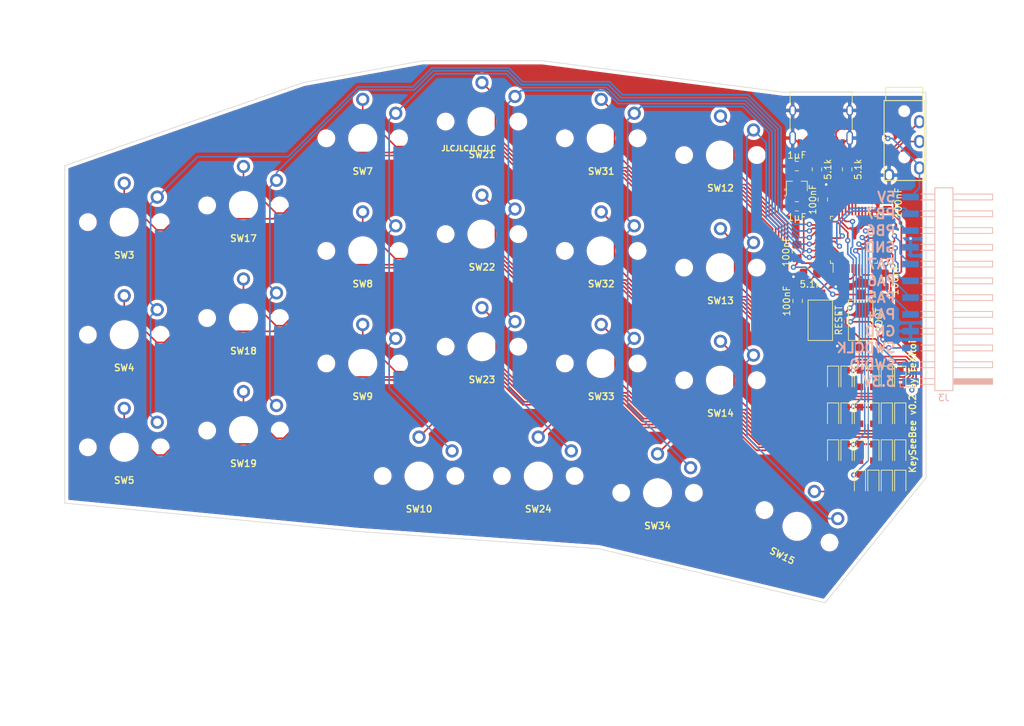
<source format=kicad_pcb>
(kicad_pcb (version 20171130) (host pcbnew 5.1.8)
  (layers (0 F.Cu signal) (31 B.Cu signal) (34 B.Paste user) (35 F.Paste user) (36 B.SilkS user) (37 F.SilkS user) (38 B.Mask user) (39 F.Mask user) (44 Edge.Cuts user))
  (net 0 "")
  (net 1 GND)
  (net 2 5V)
  (net 3 "Net-(J1-PadA5)")
  (net 4 D-)
  (net 5 D+)
  (net 6 "Net-(J1-PadB5)")
  (net 7 "Net-(R1-Pad1)")
  (net 8 3.3V)
  (net 9 "Net-(C1-Pad2)")
  (net 10 PA4)
  (net 11 PA5)
  (net 12 PA6)
  (net 13 PA7)
  (net 14 ROW1)
  (net 15 ROW2)
  (net 16 ROW3)
  (net 17 ROW4)
  (net 18 SWDIO)
  (net 19 SWDCLK)
  (net 20 COL1)
  (net 21 COL2)
  (net 22 COL3)
  (net 23 COL4)
  (net 24 PB6)
  (net 25 PB7)
  (net 26 COL5)
  (net 27 COL6)
  (net 28 TX)
  (net 29 RX)
  (net 30 "Net-(D26-Pad2)")
  (net 31 "Net-(D36-Pad2)")
  (net 32 "Net-(D35-Pad2)")
  (net 33 "Net-(D34-Pad2)")
  (net 34 "Net-(D33-Pad2)")
  (net 35 "Net-(D25-Pad2)")
  (net 36 "Net-(D24-Pad2)")
  (net 37 "Net-(D23-Pad2)")
  (net 38 "Net-(D21-Pad2)")
  (net 39 "Net-(D20-Pad2)")
  (net 40 "Net-(D19-Pad2)")
  (net 41 "Net-(D16-Pad2)")
  (net 42 "Net-(D14-Pad2)")
  (net 43 "Net-(D12-Pad2)")
  (net 44 "Net-(D11-Pad2)")
  (net 45 "Net-(D10-Pad2)")
  (net 46 "Net-(D15-Pad2)")
  (net 47 "Net-(D9-Pad2)")
  (net 48 "Net-(D7-Pad2)")
  (net 49 "Net-(D6-Pad2)")
  (net 50 "Net-(D5-Pad2)")
  (net 51 "Net-(D17-Pad2)")
  (module custom:choc-1 (layer F.Cu) (at 209.55 73.565)
    (fp_text reference SW13 (at 0 5 180) (layer F.SilkS) (effects (font (thickness 0.2))))
    (fp_text value SW_Push hide)
    (pad 2 thru_hole circle (at 5 -3.8) (size 2 2) (drill 1.2) (layers *.Cu *.Mask) (net 27 COL6))
    (pad 1 thru_hole circle (at 0 -5.9) (size 2 2) (drill 1.2) (layers *.Cu *.Mask) (net 46 "Net-(D15-Pad2)"))
    (pad "" np_thru_hole circle (at 5.5 0) (size 1.7 1.7) (drill 1.7) (layers *.Cu *.Mask))
    (pad "" np_thru_hole circle (at -5.5 0) (size 1.7 1.7) (drill 1.7) (layers *.Cu *.Mask))
    (pad "" np_thru_hole circle (at 0 0) (size 3.4 3.4) (drill 3.4) (layers *.Cu *.Mask))
  )
  (module custom:choc-1 (layer F.Cu) (at 200.025 107.665)
    (fp_text reference SW34 (at 0 5 180) (layer F.SilkS) (effects (font (thickness 0.2))))
    (fp_text value SW_Push hide)
    (pad 2 thru_hole circle (at 5 -3.8) (size 2 2) (drill 1.2) (layers *.Cu *.Mask) (net 26 COL5))
    (pad 1 thru_hole circle (at 0 -5.9) (size 2 2) (drill 1.2) (layers *.Cu *.Mask) (net 31 "Net-(D36-Pad2)"))
    (pad "" np_thru_hole circle (at 5.5 0) (size 1.7 1.7) (drill 1.7) (layers *.Cu *.Mask))
    (pad "" np_thru_hole circle (at -5.5 0) (size 1.7 1.7) (drill 1.7) (layers *.Cu *.Mask))
    (pad "" np_thru_hole circle (at 0 0) (size 3.4 3.4) (drill 3.4) (layers *.Cu *.Mask))
  )
  (module custom:choc-1 (layer F.Cu) (at 191.5 88.075)
    (fp_text reference SW33 (at 0 5 180) (layer F.SilkS) (effects (font (thickness 0.2))))
    (fp_text value SW_Push hide)
    (pad 2 thru_hole circle (at 5 -3.8) (size 2 2) (drill 1.2) (layers *.Cu *.Mask) (net 26 COL5))
    (pad 1 thru_hole circle (at 0 -5.9) (size 2 2) (drill 1.2) (layers *.Cu *.Mask) (net 32 "Net-(D35-Pad2)"))
    (pad "" np_thru_hole circle (at 5.5 0) (size 1.7 1.7) (drill 1.7) (layers *.Cu *.Mask))
    (pad "" np_thru_hole circle (at -5.5 0) (size 1.7 1.7) (drill 1.7) (layers *.Cu *.Mask))
    (pad "" np_thru_hole circle (at 0 0) (size 3.4 3.4) (drill 3.4) (layers *.Cu *.Mask))
  )
  (module custom:choc-1 (layer F.Cu) (at 191.5 71.025)
    (fp_text reference SW32 (at 0 5 180) (layer F.SilkS) (effects (font (thickness 0.2))))
    (fp_text value SW_Push hide)
    (pad 2 thru_hole circle (at 5 -3.8) (size 2 2) (drill 1.2) (layers *.Cu *.Mask) (net 26 COL5))
    (pad 1 thru_hole circle (at 0 -5.9) (size 2 2) (drill 1.2) (layers *.Cu *.Mask) (net 33 "Net-(D34-Pad2)"))
    (pad "" np_thru_hole circle (at 5.5 0) (size 1.7 1.7) (drill 1.7) (layers *.Cu *.Mask))
    (pad "" np_thru_hole circle (at -5.5 0) (size 1.7 1.7) (drill 1.7) (layers *.Cu *.Mask))
    (pad "" np_thru_hole circle (at 0 0) (size 3.4 3.4) (drill 3.4) (layers *.Cu *.Mask))
  )
  (module custom:choc-1 (layer F.Cu) (at 191.5 53.975)
    (fp_text reference SW31 (at 0 5 180) (layer F.SilkS) (effects (font (thickness 0.2))))
    (fp_text value SW_Push hide)
    (pad 2 thru_hole circle (at 5 -3.8) (size 2 2) (drill 1.2) (layers *.Cu *.Mask) (net 26 COL5))
    (pad 1 thru_hole circle (at 0 -5.9) (size 2 2) (drill 1.2) (layers *.Cu *.Mask) (net 34 "Net-(D33-Pad2)"))
    (pad "" np_thru_hole circle (at 5.5 0) (size 1.7 1.7) (drill 1.7) (layers *.Cu *.Mask))
    (pad "" np_thru_hole circle (at -5.5 0) (size 1.7 1.7) (drill 1.7) (layers *.Cu *.Mask))
    (pad "" np_thru_hole circle (at 0 0) (size 3.4 3.4) (drill 3.4) (layers *.Cu *.Mask))
  )
  (module custom:choc-1 (layer F.Cu) (at 181.975 105.125)
    (fp_text reference SW24 (at 0 5 180) (layer F.SilkS) (effects (font (thickness 0.2))))
    (fp_text value SW_Push hide)
    (pad 2 thru_hole circle (at 5 -3.8) (size 2 2) (drill 1.2) (layers *.Cu *.Mask) (net 23 COL4))
    (pad 1 thru_hole circle (at 0 -5.9) (size 2 2) (drill 1.2) (layers *.Cu *.Mask) (net 30 "Net-(D26-Pad2)"))
    (pad "" np_thru_hole circle (at 5.5 0) (size 1.7 1.7) (drill 1.7) (layers *.Cu *.Mask))
    (pad "" np_thru_hole circle (at -5.5 0) (size 1.7 1.7) (drill 1.7) (layers *.Cu *.Mask))
    (pad "" np_thru_hole circle (at 0 0) (size 3.4 3.4) (drill 3.4) (layers *.Cu *.Mask))
  )
  (module custom:choc-1 (layer F.Cu) (at 173.45 85.535)
    (fp_text reference SW23 (at 0 5 180) (layer F.SilkS) (effects (font (thickness 0.2))))
    (fp_text value SW_Push hide)
    (pad 2 thru_hole circle (at 5 -3.8) (size 2 2) (drill 1.2) (layers *.Cu *.Mask) (net 23 COL4))
    (pad 1 thru_hole circle (at 0 -5.9) (size 2 2) (drill 1.2) (layers *.Cu *.Mask) (net 35 "Net-(D25-Pad2)"))
    (pad "" np_thru_hole circle (at 5.5 0) (size 1.7 1.7) (drill 1.7) (layers *.Cu *.Mask))
    (pad "" np_thru_hole circle (at -5.5 0) (size 1.7 1.7) (drill 1.7) (layers *.Cu *.Mask))
    (pad "" np_thru_hole circle (at 0 0) (size 3.4 3.4) (drill 3.4) (layers *.Cu *.Mask))
  )
  (module custom:choc-1 (layer F.Cu) (at 173.45 68.485)
    (fp_text reference SW22 (at 0 5 180) (layer F.SilkS) (effects (font (thickness 0.2))))
    (fp_text value SW_Push hide)
    (pad 2 thru_hole circle (at 5 -3.8) (size 2 2) (drill 1.2) (layers *.Cu *.Mask) (net 23 COL4))
    (pad 1 thru_hole circle (at 0 -5.9) (size 2 2) (drill 1.2) (layers *.Cu *.Mask) (net 36 "Net-(D24-Pad2)"))
    (pad "" np_thru_hole circle (at 5.5 0) (size 1.7 1.7) (drill 1.7) (layers *.Cu *.Mask))
    (pad "" np_thru_hole circle (at -5.5 0) (size 1.7 1.7) (drill 1.7) (layers *.Cu *.Mask))
    (pad "" np_thru_hole circle (at 0 0) (size 3.4 3.4) (drill 3.4) (layers *.Cu *.Mask))
  )
  (module custom:choc-1 (layer F.Cu) (at 173.45 51.435)
    (fp_text reference SW21 (at 0 5 180) (layer F.SilkS) (effects (font (thickness 0.2))))
    (fp_text value SW_Push hide)
    (pad 2 thru_hole circle (at 5 -3.8) (size 2 2) (drill 1.2) (layers *.Cu *.Mask) (net 23 COL4))
    (pad 1 thru_hole circle (at 0 -5.9) (size 2 2) (drill 1.2) (layers *.Cu *.Mask) (net 37 "Net-(D23-Pad2)"))
    (pad "" np_thru_hole circle (at 5.5 0) (size 1.7 1.7) (drill 1.7) (layers *.Cu *.Mask))
    (pad "" np_thru_hole circle (at -5.5 0) (size 1.7 1.7) (drill 1.7) (layers *.Cu *.Mask))
    (pad "" np_thru_hole circle (at 0 0) (size 3.4 3.4) (drill 3.4) (layers *.Cu *.Mask))
  )
  (module custom:choc-1 (layer F.Cu) (at 137.35 98.235)
    (fp_text reference SW19 (at 0 5 180) (layer F.SilkS) (effects (font (thickness 0.2))))
    (fp_text value SW_Push hide)
    (pad 2 thru_hole circle (at 5 -3.8) (size 2 2) (drill 1.2) (layers *.Cu *.Mask) (net 21 COL2))
    (pad 1 thru_hole circle (at 0 -5.9) (size 2 2) (drill 1.2) (layers *.Cu *.Mask) (net 38 "Net-(D21-Pad2)"))
    (pad "" np_thru_hole circle (at 5.5 0) (size 1.7 1.7) (drill 1.7) (layers *.Cu *.Mask))
    (pad "" np_thru_hole circle (at -5.5 0) (size 1.7 1.7) (drill 1.7) (layers *.Cu *.Mask))
    (pad "" np_thru_hole circle (at 0 0) (size 3.4 3.4) (drill 3.4) (layers *.Cu *.Mask))
  )
  (module custom:choc-1 (layer F.Cu) (at 137.35 81.185)
    (fp_text reference SW18 (at 0 5 180) (layer F.SilkS) (effects (font (thickness 0.2))))
    (fp_text value SW_Push hide)
    (pad 2 thru_hole circle (at 5 -3.8) (size 2 2) (drill 1.2) (layers *.Cu *.Mask) (net 21 COL2))
    (pad 1 thru_hole circle (at 0 -5.9) (size 2 2) (drill 1.2) (layers *.Cu *.Mask) (net 39 "Net-(D20-Pad2)"))
    (pad "" np_thru_hole circle (at 5.5 0) (size 1.7 1.7) (drill 1.7) (layers *.Cu *.Mask))
    (pad "" np_thru_hole circle (at -5.5 0) (size 1.7 1.7) (drill 1.7) (layers *.Cu *.Mask))
    (pad "" np_thru_hole circle (at 0 0) (size 3.4 3.4) (drill 3.4) (layers *.Cu *.Mask))
  )
  (module custom:choc-1 (layer F.Cu) (at 137.35 64.135)
    (fp_text reference SW17 (at 0 5 180) (layer F.SilkS) (effects (font (thickness 0.2))))
    (fp_text value SW_Push hide)
    (pad 2 thru_hole circle (at 5 -3.8) (size 2 2) (drill 1.2) (layers *.Cu *.Mask) (net 21 COL2))
    (pad 1 thru_hole circle (at 0 -5.9) (size 2 2) (drill 1.2) (layers *.Cu *.Mask) (net 40 "Net-(D19-Pad2)"))
    (pad "" np_thru_hole circle (at 5.5 0) (size 1.7 1.7) (drill 1.7) (layers *.Cu *.Mask))
    (pad "" np_thru_hole circle (at -5.5 0) (size 1.7 1.7) (drill 1.7) (layers *.Cu *.Mask))
    (pad "" np_thru_hole circle (at 0 0) (size 3.4 3.4) (drill 3.4) (layers *.Cu *.Mask))
  )
  (module custom:choc-1 (layer F.Cu) (at 221.131 112.745 333.5)
    (fp_text reference SW15 (at 0 5 333.5) (layer F.SilkS) (effects (font (thickness 0.2))))
    (fp_text value SW_Push hide)
    (pad 2 thru_hole circle (at 5 -3.8 333.5) (size 2 2) (drill 1.2) (layers *.Cu *.Mask) (net 27 COL6))
    (pad 1 thru_hole circle (at 0 -5.9 333.5) (size 2 2) (drill 1.2) (layers *.Cu *.Mask) (net 51 "Net-(D17-Pad2)"))
    (pad "" np_thru_hole circle (at 5.5 0 333.5) (size 1.7 1.7) (drill 1.7) (layers *.Cu *.Mask))
    (pad "" np_thru_hole circle (at -5.5 0 333.5) (size 1.7 1.7) (drill 1.7) (layers *.Cu *.Mask))
    (pad "" np_thru_hole circle (at 0 0 333.5) (size 3.4 3.4) (drill 3.4) (layers *.Cu *.Mask))
  )
  (module custom:choc-1 (layer F.Cu) (at 209.55 90.615)
    (fp_text reference SW14 (at 0 5 180) (layer F.SilkS) (effects (font (thickness 0.2))))
    (fp_text value SW_Push hide)
    (pad 2 thru_hole circle (at 5 -3.8) (size 2 2) (drill 1.2) (layers *.Cu *.Mask) (net 27 COL6))
    (pad 1 thru_hole circle (at 0 -5.9) (size 2 2) (drill 1.2) (layers *.Cu *.Mask) (net 41 "Net-(D16-Pad2)"))
    (pad "" np_thru_hole circle (at 5.5 0) (size 1.7 1.7) (drill 1.7) (layers *.Cu *.Mask))
    (pad "" np_thru_hole circle (at -5.5 0) (size 1.7 1.7) (drill 1.7) (layers *.Cu *.Mask))
    (pad "" np_thru_hole circle (at 0 0) (size 3.4 3.4) (drill 3.4) (layers *.Cu *.Mask))
  )
  (module custom:choc-1 (layer F.Cu) (at 209.55 56.515)
    (fp_text reference SW12 (at 0 5 180) (layer F.SilkS) (effects (font (thickness 0.2))))
    (fp_text value SW_Push hide)
    (pad 2 thru_hole circle (at 5 -3.8) (size 2 2) (drill 1.2) (layers *.Cu *.Mask) (net 27 COL6))
    (pad 1 thru_hole circle (at 0 -5.9) (size 2 2) (drill 1.2) (layers *.Cu *.Mask) (net 42 "Net-(D14-Pad2)"))
    (pad "" np_thru_hole circle (at 5.5 0) (size 1.7 1.7) (drill 1.7) (layers *.Cu *.Mask))
    (pad "" np_thru_hole circle (at -5.5 0) (size 1.7 1.7) (drill 1.7) (layers *.Cu *.Mask))
    (pad "" np_thru_hole circle (at 0 0) (size 3.4 3.4) (drill 3.4) (layers *.Cu *.Mask))
  )
  (module custom:choc-1 (layer F.Cu) (at 163.925 105.125)
    (fp_text reference SW10 (at 0 5 180) (layer F.SilkS) (effects (font (thickness 0.2))))
    (fp_text value SW_Push hide)
    (pad 2 thru_hole circle (at 5 -3.8) (size 2 2) (drill 1.2) (layers *.Cu *.Mask) (net 22 COL3))
    (pad 1 thru_hole circle (at 0 -5.9) (size 2 2) (drill 1.2) (layers *.Cu *.Mask) (net 43 "Net-(D12-Pad2)"))
    (pad "" np_thru_hole circle (at 5.5 0) (size 1.7 1.7) (drill 1.7) (layers *.Cu *.Mask))
    (pad "" np_thru_hole circle (at -5.5 0) (size 1.7 1.7) (drill 1.7) (layers *.Cu *.Mask))
    (pad "" np_thru_hole circle (at 0 0) (size 3.4 3.4) (drill 3.4) (layers *.Cu *.Mask))
  )
  (module custom:choc-1 (layer F.Cu) (at 155.4 88.075)
    (fp_text reference SW9 (at 0 5 180) (layer F.SilkS) (effects (font (thickness 0.2))))
    (fp_text value SW_Push hide)
    (pad 2 thru_hole circle (at 5 -3.8) (size 2 2) (drill 1.2) (layers *.Cu *.Mask) (net 22 COL3))
    (pad 1 thru_hole circle (at 0 -5.9) (size 2 2) (drill 1.2) (layers *.Cu *.Mask) (net 44 "Net-(D11-Pad2)"))
    (pad "" np_thru_hole circle (at 5.5 0) (size 1.7 1.7) (drill 1.7) (layers *.Cu *.Mask))
    (pad "" np_thru_hole circle (at -5.5 0) (size 1.7 1.7) (drill 1.7) (layers *.Cu *.Mask))
    (pad "" np_thru_hole circle (at 0 0) (size 3.4 3.4) (drill 3.4) (layers *.Cu *.Mask))
  )
  (module custom:choc-1 (layer F.Cu) (at 155.4 71.025)
    (fp_text reference SW8 (at 0 5 180) (layer F.SilkS) (effects (font (thickness 0.2))))
    (fp_text value SW_Push hide)
    (pad 2 thru_hole circle (at 5 -3.8) (size 2 2) (drill 1.2) (layers *.Cu *.Mask) (net 22 COL3))
    (pad 1 thru_hole circle (at 0 -5.9) (size 2 2) (drill 1.2) (layers *.Cu *.Mask) (net 45 "Net-(D10-Pad2)"))
    (pad "" np_thru_hole circle (at 5.5 0) (size 1.7 1.7) (drill 1.7) (layers *.Cu *.Mask))
    (pad "" np_thru_hole circle (at -5.5 0) (size 1.7 1.7) (drill 1.7) (layers *.Cu *.Mask))
    (pad "" np_thru_hole circle (at 0 0) (size 3.4 3.4) (drill 3.4) (layers *.Cu *.Mask))
  )
  (module custom:choc-1 (layer F.Cu) (at 155.4 53.975)
    (fp_text reference SW7 (at 0 5 180) (layer F.SilkS) (effects (font (thickness 0.2))))
    (fp_text value SW_Push hide)
    (pad 2 thru_hole circle (at 5 -3.8) (size 2 2) (drill 1.2) (layers *.Cu *.Mask) (net 22 COL3))
    (pad 1 thru_hole circle (at 0 -5.9) (size 2 2) (drill 1.2) (layers *.Cu *.Mask) (net 47 "Net-(D9-Pad2)"))
    (pad "" np_thru_hole circle (at 5.5 0) (size 1.7 1.7) (drill 1.7) (layers *.Cu *.Mask))
    (pad "" np_thru_hole circle (at -5.5 0) (size 1.7 1.7) (drill 1.7) (layers *.Cu *.Mask))
    (pad "" np_thru_hole circle (at 0 0) (size 3.4 3.4) (drill 3.4) (layers *.Cu *.Mask))
  )
  (module custom:choc-1 (layer F.Cu) (at 119.3 100.775)
    (fp_text reference SW5 (at 0 5 180) (layer F.SilkS) (effects (font (thickness 0.2))))
    (fp_text value SW_Push hide)
    (pad 2 thru_hole circle (at 5 -3.8) (size 2 2) (drill 1.2) (layers *.Cu *.Mask) (net 20 COL1))
    (pad 1 thru_hole circle (at 0 -5.9) (size 2 2) (drill 1.2) (layers *.Cu *.Mask) (net 48 "Net-(D7-Pad2)"))
    (pad "" np_thru_hole circle (at 5.5 0) (size 1.7 1.7) (drill 1.7) (layers *.Cu *.Mask))
    (pad "" np_thru_hole circle (at -5.5 0) (size 1.7 1.7) (drill 1.7) (layers *.Cu *.Mask))
    (pad "" np_thru_hole circle (at 0 0) (size 3.4 3.4) (drill 3.4) (layers *.Cu *.Mask))
  )
  (module custom:choc-1 (layer F.Cu) (at 119.3 83.725)
    (fp_text reference SW4 (at 0 5 180) (layer F.SilkS) (effects (font (thickness 0.2))))
    (fp_text value SW_Push hide)
    (pad 2 thru_hole circle (at 5 -3.8) (size 2 2) (drill 1.2) (layers *.Cu *.Mask) (net 20 COL1))
    (pad 1 thru_hole circle (at 0 -5.9) (size 2 2) (drill 1.2) (layers *.Cu *.Mask) (net 49 "Net-(D6-Pad2)"))
    (pad "" np_thru_hole circle (at 5.5 0) (size 1.7 1.7) (drill 1.7) (layers *.Cu *.Mask))
    (pad "" np_thru_hole circle (at -5.5 0) (size 1.7 1.7) (drill 1.7) (layers *.Cu *.Mask))
    (pad "" np_thru_hole circle (at 0 0) (size 3.4 3.4) (drill 3.4) (layers *.Cu *.Mask))
  )
  (module custom:choc-1 (layer F.Cu) (at 119.3 66.675)
    (fp_text reference SW3 (at 0 5 180) (layer F.SilkS) (effects (font (thickness 0.2))))
    (fp_text value SW_Push hide)
    (pad 2 thru_hole circle (at 5 -3.8) (size 2 2) (drill 1.2) (layers *.Cu *.Mask) (net 20 COL1))
    (pad 1 thru_hole circle (at 0 -5.9) (size 2 2) (drill 1.2) (layers *.Cu *.Mask) (net 50 "Net-(D5-Pad2)"))
    (pad "" np_thru_hole circle (at 5.5 0) (size 1.7 1.7) (drill 1.7) (layers *.Cu *.Mask))
    (pad "" np_thru_hole circle (at -5.5 0) (size 1.7 1.7) (drill 1.7) (layers *.Cu *.Mask))
    (pad "" np_thru_hole circle (at 0 0) (size 3.4 3.4) (drill 3.4) (layers *.Cu *.Mask))
  )
  (module keebio:TRRS-PJ-320A-no-Fmask (layer F.Cu) (at 237.363 48.26)
    (fp_text reference J2)
    (fp_text value AudioJack4)
    (pad 1 thru_hole oval (at -2.3 11.3) (size 1.6 2) (drill oval 0.9 1.3) (layers *.Cu B.Mask) (net 1 GND))
    (pad 2 thru_hole oval (at 2.3 10.2) (size 1.6 2) (drill oval 0.9 1.3) (layers *.Cu B.Mask) (net 2 5V))
    (pad 4 thru_hole oval (at 2.3 3.2) (size 1.6 2) (drill oval 0.9 1.3) (layers *.Cu B.Mask) (net 29 RX))
    (pad "" np_thru_hole circle (at 0 8.6) (size 0.8 0.8) (drill 0.8) (layers *.Cu *.Mask))
    (pad "" np_thru_hole circle (at 0 1.6) (size 0.8 0.8) (drill 0.8) (layers *.Cu *.Mask))
    (pad 3 thru_hole oval (at 2.3 6.2) (size 1.6 2) (drill oval 0.9 1.3) (layers *.Cu B.Mask) (net 28 TX))
    (pad 4 thru_hole oval (at 2.3 3.2) (size 1 1.4) (drill oval 0.9 1.3) (layers *.Cu F.Mask) (net 29 RX))
    (pad 3 thru_hole oval (at 2.3 6.2) (size 1 1.4) (drill oval 0.9 1.3) (layers *.Cu F.Mask) (net 28 TX))
    (pad 2 thru_hole oval (at 2.3 10.2) (size 1 1.4) (drill oval 0.9 1.3) (layers *.Cu F.Mask) (net 2 5V))
    (pad 1 thru_hole oval (at -2.3 11.3) (size 1 1.4) (drill oval 0.9 1.3) (layers *.Cu F.Mask) (net 1 GND))
  )
  (module kicad-harwin:Harwin_M20-89012xx_1x12_P2.54mm_Horizontal (layer B.Cu) (at 243.84 76.835)
    (fp_text reference J3 (at -0.48 16.44) (layer B.SilkS) (effects (justify mirror)))
    (fp_text value Conn_01x12_Male)
    (pad "" smd rect (at 3.895 13.97) (size 6 0.76) (layers B.SilkS))
    (pad 12 smd rect (at -5.525 -13.97) (size 2.5 1) (layers B.Cu B.Paste B.Mask) (net 2 5V))
    (pad 11 smd rect (at -5.525 -11.43) (size 2.5 1) (layers B.Cu B.Paste B.Mask) (net 25 PB7))
    (pad 10 smd rect (at -5.525 -8.89) (size 2.5 1) (layers B.Cu B.Paste B.Mask) (net 24 PB6))
    (pad 9 smd rect (at -5.525 -6.35) (size 2.5 1) (layers B.Cu B.Paste B.Mask) (net 1 GND))
    (pad 8 smd rect (at -5.525 -3.81) (size 2.5 1) (layers B.Cu B.Paste B.Mask) (net 13 PA7))
    (pad 7 smd rect (at -5.525 -1.27) (size 2.5 1) (layers B.Cu B.Paste B.Mask) (net 12 PA6))
    (pad 6 smd rect (at -5.525 1.27) (size 2.5 1) (layers B.Cu B.Paste B.Mask) (net 11 PA5))
    (pad 5 smd rect (at -5.525 3.81) (size 2.5 1) (layers B.Cu B.Paste B.Mask) (net 10 PA4))
    (pad 4 smd rect (at -5.525 6.35) (size 2.5 1) (layers B.Cu B.Paste B.Mask) (net 1 GND))
    (pad 3 smd rect (at -5.525 8.89) (size 2.5 1) (layers B.Cu B.Paste B.Mask) (net 19 SWDCLK))
    (pad 2 smd rect (at -5.525 11.43) (size 2.5 1) (layers B.Cu B.Paste B.Mask) (net 18 SWDIO))
    (pad 1 smd rect (at -5.525 13.97) (size 2.5 1) (layers B.Cu B.Paste B.Mask) (net 8 3.3V))
  )
  (module Button_Switch_SMD:SW_SPST_CK_RS282G05A3 (layer F.Cu) (at 230.759 81.534 90)
    (fp_text reference SW1 hide)
    (fp_text value BOOT (at 0 2.794 90) (layer F.SilkS))
    (pad 2 smd rect (at 3.9 0 90) (size 1.5 1.5) (layers F.Cu F.Paste F.Mask) (net 8 3.3V))
    (pad 1 smd rect (at -3.9 0 90) (size 1.5 1.5) (layers F.Cu F.Paste F.Mask) (net 7 "Net-(R1-Pad1)"))
  )
  (module Button_Switch_SMD:SW_SPST_CK_RS282G05A3 (layer F.Cu) (at 224.663 81.534 90)
    (fp_text reference SW2 hide)
    (fp_text value RESET (at 0 2.794 90) (layer F.SilkS))
    (pad 2 smd rect (at 3.9 0 90) (size 1.5 1.5) (layers F.Cu F.Paste F.Mask) (net 9 "Net-(C1-Pad2)"))
    (pad 1 smd rect (at -3.9 0 90) (size 1.5 1.5) (layers F.Cu F.Paste F.Mask) (net 1 GND))
  )
  (module Capacitor_SMD:C_0805_2012Metric_Pad1.15x1.40mm_HandSolder (layer F.Cu) (at 221.107 58.182)
    (fp_text reference C7 hide)
    (fp_text value 1µF (at 0 -1.65) (layer F.SilkS))
    (pad 2 smd roundrect (at 1.025 0) (size 1.15 1.4) (layers F.Cu F.Paste F.Mask) (roundrect_rratio 0.217391) (net 2 5V))
    (pad 1 smd roundrect (at -1.025 0) (size 1.15 1.4) (layers F.Cu F.Paste F.Mask) (roundrect_rratio 0.217391) (net 1 GND))
  )
  (module Capacitor_SMD:C_0805_2012Metric_Pad1.15x1.40mm_HandSolder (layer F.Cu) (at 225.044 63.246 270)
    (fp_text reference C5 hide)
    (fp_text value 100nF (at 0 1.524 270) (layer F.SilkS))
    (pad 2 smd roundrect (at 1.025 0 270) (size 1.15 1.4) (layers F.Cu F.Paste F.Mask) (roundrect_rratio 0.217391) (net 8 3.3V))
    (pad 1 smd roundrect (at -1.025 0 270) (size 1.15 1.4) (layers F.Cu F.Paste F.Mask) (roundrect_rratio 0.217391) (net 1 GND))
  )
  (module Capacitor_SMD:C_0805_2012Metric_Pad1.15x1.40mm_HandSolder (layer F.Cu) (at 221.123 71.12 270)
    (fp_text reference C4 hide)
    (fp_text value 100nF (at 0 1.65 270) (layer F.SilkS))
    (pad 2 smd roundrect (at 1.025 0 270) (size 1.15 1.4) (layers F.Cu F.Paste F.Mask) (roundrect_rratio 0.217391) (net 8 3.3V))
    (pad 1 smd roundrect (at -1.025 0 270) (size 1.15 1.4) (layers F.Cu F.Paste F.Mask) (roundrect_rratio 0.217391) (net 1 GND))
  )
  (module Capacitor_SMD:C_0805_2012Metric_Pad1.15x1.40mm_HandSolder (layer F.Cu) (at 234.315 75.438 90)
    (fp_text reference C3 hide)
    (fp_text value 100nF (at 0 1.65 90) (layer F.SilkS))
    (pad 2 smd roundrect (at 1.025 0 90) (size 1.15 1.4) (layers F.Cu F.Paste F.Mask) (roundrect_rratio 0.217391) (net 8 3.3V))
    (pad 1 smd roundrect (at -1.025 0 90) (size 1.15 1.4) (layers F.Cu F.Paste F.Mask) (roundrect_rratio 0.217391) (net 1 GND))
  )
  (module Capacitor_SMD:C_0805_2012Metric_Pad1.15x1.40mm_HandSolder (layer F.Cu) (at 221.107 64.278)
    (fp_text reference C6 hide)
    (fp_text value 1µF (at 0 1.65) (layer F.SilkS))
    (pad 2 smd roundrect (at 1.025 0) (size 1.15 1.4) (layers F.Cu F.Paste F.Mask) (roundrect_rratio 0.217391) (net 8 3.3V))
    (pad 1 smd roundrect (at -1.025 0) (size 1.15 1.4) (layers F.Cu F.Paste F.Mask) (roundrect_rratio 0.217391) (net 1 GND))
  )
  (module Capacitor_SMD:C_0805_2012Metric_Pad1.15x1.40mm_HandSolder (layer F.Cu) (at 221.226 78.613 90)
    (fp_text reference C1 hide)
    (fp_text value 100nF (at 0 -1.65 90) (layer F.SilkS))
    (pad 2 smd roundrect (at 1.025 0 90) (size 1.15 1.4) (layers F.Cu F.Paste F.Mask) (roundrect_rratio 0.217391) (net 9 "Net-(C1-Pad2)"))
    (pad 1 smd roundrect (at -1.025 0 90) (size 1.15 1.4) (layers F.Cu F.Paste F.Mask) (roundrect_rratio 0.217391) (net 1 GND))
  )
  (module Capacitor_SMD:C_0805_2012Metric_Pad1.15x1.40mm_HandSolder (layer F.Cu) (at 234.823 63.754 90)
    (fp_text reference C2 hide)
    (fp_text value 100nF (at 0 1.65 90) (layer F.SilkS))
    (pad 2 smd roundrect (at 1.025 0 90) (size 1.15 1.4) (layers F.Cu F.Paste F.Mask) (roundrect_rratio 0.217391) (net 8 3.3V))
    (pad 1 smd roundrect (at -1.025 0 90) (size 1.15 1.4) (layers F.Cu F.Paste F.Mask) (roundrect_rratio 0.217391) (net 1 GND))
  )
  (module Diode_SMD:D_SOD-323_HandSoldering (layer F.Cu) (at 236.75944 101.544927 270)
    (fp_text reference D16 hide)
    (fp_text value D3.6)
    (pad 2 smd rect (at 1.25 0 270) (size 1 1) (layers F.Cu F.Paste F.Mask) (net 41 "Net-(D16-Pad2)"))
    (pad 1 smd rect (at -1.25 0 270) (size 1 1) (layers F.Cu F.Paste F.Mask) (net 16 ROW3))
  )
  (module Diode_SMD:D_SOD-323_HandSoldering (layer F.Cu) (at 236.75944 90.368927 270)
    (fp_text reference D14 hide)
    (fp_text value D1.6)
    (pad 2 smd rect (at 1.25 0 270) (size 1 1) (layers F.Cu F.Paste F.Mask) (net 42 "Net-(D14-Pad2)"))
    (pad 1 smd rect (at -1.25 0 270) (size 1 1) (layers F.Cu F.Paste F.Mask) (net 14 ROW1))
  )
  (module Diode_SMD:D_SOD-323_HandSoldering (layer F.Cu) (at 230.66344 106.132927 270)
    (fp_text reference D12 hide)
    (fp_text value D4.3)
    (pad 2 smd rect (at 1.25 0 270) (size 1 1) (layers F.Cu F.Paste F.Mask) (net 43 "Net-(D12-Pad2)"))
    (pad 1 smd rect (at -1.25 0 270) (size 1 1) (layers F.Cu F.Paste F.Mask) (net 17 ROW4))
  )
  (module Diode_SMD:D_SOD-323_HandSoldering (layer F.Cu) (at 230.66344 101.544927 270)
    (fp_text reference D11 hide)
    (fp_text value D3.3)
    (pad 2 smd rect (at 1.25 0 270) (size 1 1) (layers F.Cu F.Paste F.Mask) (net 44 "Net-(D11-Pad2)"))
    (pad 1 smd rect (at -1.25 0 270) (size 1 1) (layers F.Cu F.Paste F.Mask) (net 16 ROW3))
  )
  (module Diode_SMD:D_SOD-323_HandSoldering (layer F.Cu) (at 230.66344 95.956927 270)
    (fp_text reference D10 hide)
    (fp_text value D2.3)
    (pad 2 smd rect (at 1.25 0 270) (size 1 1) (layers F.Cu F.Paste F.Mask) (net 45 "Net-(D10-Pad2)"))
    (pad 1 smd rect (at -1.25 0 270) (size 1 1) (layers F.Cu F.Paste F.Mask) (net 15 ROW2))
  )
  (module Diode_SMD:D_SOD-323_HandSoldering (layer F.Cu) (at 230.66344 90.368927 270)
    (fp_text reference D9 hide)
    (fp_text value D1.3)
    (pad 2 smd rect (at 1.25 0 270) (size 1 1) (layers F.Cu F.Paste F.Mask) (net 47 "Net-(D9-Pad2)"))
    (pad 1 smd rect (at -1.25 0 270) (size 1 1) (layers F.Cu F.Paste F.Mask) (net 14 ROW1))
  )
  (module Diode_SMD:D_SOD-323_HandSoldering (layer F.Cu) (at 226.59944 101.544927 270)
    (fp_text reference D7 hide)
    (fp_text value D3.1)
    (pad 2 smd rect (at 1.25 0 270) (size 1 1) (layers F.Cu F.Paste F.Mask) (net 48 "Net-(D7-Pad2)"))
    (pad 1 smd rect (at -1.25 0 270) (size 1 1) (layers F.Cu F.Paste F.Mask) (net 16 ROW3))
  )
  (module Diode_SMD:D_SOD-323_HandSoldering (layer F.Cu) (at 226.59944 95.956927 270)
    (fp_text reference D6 hide)
    (fp_text value D2.1)
    (pad 2 smd rect (at 1.25 0 270) (size 1 1) (layers F.Cu F.Paste F.Mask) (net 49 "Net-(D6-Pad2)"))
    (pad 1 smd rect (at -1.25 0 270) (size 1 1) (layers F.Cu F.Paste F.Mask) (net 15 ROW2))
  )
  (module Diode_SMD:D_SOD-323_HandSoldering (layer F.Cu) (at 226.59944 90.368927 270)
    (fp_text reference D5 hide)
    (fp_text value D1.1)
    (pad 2 smd rect (at 1.25 0 270) (size 1 1) (layers F.Cu F.Paste F.Mask) (net 50 "Net-(D5-Pad2)"))
    (pad 1 smd rect (at -1.25 0 270) (size 1 1) (layers F.Cu F.Paste F.Mask) (net 14 ROW1))
  )
  (module Diode_SMD:D_SOD-323_HandSoldering (layer F.Cu) (at 234.72744 106.132927 270)
    (fp_text reference D36 hide)
    (fp_text value D4.5)
    (pad 2 smd rect (at 1.25 0 270) (size 1 1) (layers F.Cu F.Paste F.Mask) (net 31 "Net-(D36-Pad2)"))
    (pad 1 smd rect (at -1.25 0 270) (size 1 1) (layers F.Cu F.Paste F.Mask) (net 17 ROW4))
  )
  (module Diode_SMD:D_SOD-323_HandSoldering (layer F.Cu) (at 236.75944 95.956927 270)
    (fp_text reference D15 hide)
    (fp_text value D2.6)
    (pad 2 smd rect (at 1.25 0 270) (size 1 1) (layers F.Cu F.Paste F.Mask) (net 46 "Net-(D15-Pad2)"))
    (pad 1 smd rect (at -1.25 0 270) (size 1 1) (layers F.Cu F.Paste F.Mask) (net 15 ROW2))
  )
  (module Diode_SMD:D_SOD-323_HandSoldering (layer F.Cu) (at 234.72744 101.544927 270)
    (fp_text reference D35 hide)
    (fp_text value D3.5)
    (pad 2 smd rect (at 1.25 0 270) (size 1 1) (layers F.Cu F.Paste F.Mask) (net 32 "Net-(D35-Pad2)"))
    (pad 1 smd rect (at -1.25 0 270) (size 1 1) (layers F.Cu F.Paste F.Mask) (net 16 ROW3))
  )
  (module Diode_SMD:D_SOD-323_HandSoldering (layer F.Cu) (at 234.72744 95.956927 270)
    (fp_text reference D34 hide)
    (fp_text value D2.5)
    (pad 2 smd rect (at 1.25 0 270) (size 1 1) (layers F.Cu F.Paste F.Mask) (net 33 "Net-(D34-Pad2)"))
    (pad 1 smd rect (at -1.25 0 270) (size 1 1) (layers F.Cu F.Paste F.Mask) (net 15 ROW2))
  )
  (module Diode_SMD:D_SOD-323_HandSoldering (layer F.Cu) (at 234.72744 90.368927 270)
    (fp_text reference D33 hide)
    (fp_text value D1.5)
    (pad 2 smd rect (at 1.25 0 270) (size 1 1) (layers F.Cu F.Paste F.Mask) (net 34 "Net-(D33-Pad2)"))
    (pad 1 smd rect (at -1.25 0 270) (size 1 1) (layers F.Cu F.Paste F.Mask) (net 14 ROW1))
  )
  (module Diode_SMD:D_SOD-323_HandSoldering (layer F.Cu) (at 232.69544 106.132927 270)
    (fp_text reference D26 hide)
    (fp_text value D4.4)
    (pad 2 smd rect (at 1.25 0 270) (size 1 1) (layers F.Cu F.Paste F.Mask) (net 30 "Net-(D26-Pad2)"))
    (pad 1 smd rect (at -1.25 0 270) (size 1 1) (layers F.Cu F.Paste F.Mask) (net 17 ROW4))
  )
  (module Diode_SMD:D_SOD-323_HandSoldering (layer F.Cu) (at 232.69544 101.544927 270)
    (fp_text reference D25 hide)
    (fp_text value D3.4)
    (pad 2 smd rect (at 1.25 0 270) (size 1 1) (layers F.Cu F.Paste F.Mask) (net 35 "Net-(D25-Pad2)"))
    (pad 1 smd rect (at -1.25 0 270) (size 1 1) (layers F.Cu F.Paste F.Mask) (net 16 ROW3))
  )
  (module Diode_SMD:D_SOD-323_HandSoldering (layer F.Cu) (at 232.69544 95.956927 270)
    (fp_text reference D24 hide)
    (fp_text value D2.4)
    (pad 2 smd rect (at 1.25 0 270) (size 1 1) (layers F.Cu F.Paste F.Mask) (net 36 "Net-(D24-Pad2)"))
    (pad 1 smd rect (at -1.25 0 270) (size 1 1) (layers F.Cu F.Paste F.Mask) (net 15 ROW2))
  )
  (module Diode_SMD:D_SOD-323_HandSoldering (layer F.Cu) (at 232.69544 90.368927 270)
    (fp_text reference D23 hide)
    (fp_text value D1.4)
    (pad 2 smd rect (at 1.25 0 270) (size 1 1) (layers F.Cu F.Paste F.Mask) (net 37 "Net-(D23-Pad2)"))
    (pad 1 smd rect (at -1.25 0 270) (size 1 1) (layers F.Cu F.Paste F.Mask) (net 14 ROW1))
  )
  (module Diode_SMD:D_SOD-323_HandSoldering (layer F.Cu) (at 228.63144 101.544927 270)
    (fp_text reference D21 hide)
    (fp_text value D3.2)
    (pad 2 smd rect (at 1.25 0 270) (size 1 1) (layers F.Cu F.Paste F.Mask) (net 38 "Net-(D21-Pad2)"))
    (pad 1 smd rect (at -1.25 0 270) (size 1 1) (layers F.Cu F.Paste F.Mask) (net 16 ROW3))
  )
  (module Diode_SMD:D_SOD-323_HandSoldering (layer F.Cu) (at 228.63144 95.956927 270)
    (fp_text reference D20 hide)
    (fp_text value D2.2)
    (pad 2 smd rect (at 1.25 0 270) (size 1 1) (layers F.Cu F.Paste F.Mask) (net 39 "Net-(D20-Pad2)"))
    (pad 1 smd rect (at -1.25 0 270) (size 1 1) (layers F.Cu F.Paste F.Mask) (net 15 ROW2))
  )
  (module Diode_SMD:D_SOD-323_HandSoldering (layer F.Cu) (at 228.63144 90.368927 270)
    (fp_text reference D19 hide)
    (fp_text value D1.2)
    (pad 2 smd rect (at 1.25 0 270) (size 1 1) (layers F.Cu F.Paste F.Mask) (net 40 "Net-(D19-Pad2)"))
    (pad 1 smd rect (at -1.25 0 270) (size 1 1) (layers F.Cu F.Paste F.Mask) (net 14 ROW1))
  )
  (module Diode_SMD:D_SOD-323_HandSoldering (layer F.Cu) (at 236.75944 106.132927 270)
    (fp_text reference D17 hide)
    (fp_text value D4.6)
    (pad 2 smd rect (at 1.25 0 270) (size 1 1) (layers F.Cu F.Paste F.Mask) (net 51 "Net-(D17-Pad2)"))
    (pad 1 smd rect (at -1.25 0 270) (size 1 1) (layers F.Cu F.Paste F.Mask) (net 17 ROW4))
  )
  (module Package_QFP:LQFP-48_7x7mm_P0.5mm (layer F.Cu) (at 229.743 69.342 90)
    (fp_text reference U1 hide)
    (fp_text value STM32)
    (pad 48 smd rect (at -2.75 -4.35 180) (size 1.3 0.25) (layers F.Cu F.Paste F.Mask) (net 8 3.3V))
    (pad 47 smd rect (at -2.25 -4.35 180) (size 1.3 0.25) (layers F.Cu F.Paste F.Mask) (net 1 GND))
    (pad 46 smd rect (at -1.75 -4.35 180) (size 1.3 0.25) (layers F.Cu F.Paste F.Mask) (net 27 COL6))
    (pad 45 smd rect (at -1.25 -4.35 180) (size 1.3 0.25) (layers F.Cu F.Paste F.Mask) (net 26 COL5))
    (pad 44 smd rect (at -0.75 -4.35 180) (size 1.3 0.25) (layers F.Cu F.Paste F.Mask) (net 7 "Net-(R1-Pad1)"))
    (pad 43 smd rect (at -0.25 -4.35 180) (size 1.3 0.25) (layers F.Cu F.Paste F.Mask) (net 25 PB7))
    (pad 42 smd rect (at 0.25 -4.35 180) (size 1.3 0.25) (layers F.Cu F.Paste F.Mask) (net 24 PB6))
    (pad 41 smd rect (at 0.75 -4.35 180) (size 1.3 0.25) (layers F.Cu F.Paste F.Mask) (net 23 COL4))
    (pad 40 smd rect (at 1.25 -4.35 180) (size 1.3 0.25) (layers F.Cu F.Paste F.Mask) (net 22 COL3))
    (pad 39 smd rect (at 1.75 -4.35 180) (size 1.3 0.25) (layers F.Cu F.Paste F.Mask) (net 21 COL2))
    (pad 38 smd rect (at 2.25 -4.35 180) (size 1.3 0.25) (layers F.Cu F.Paste F.Mask) (net 20 COL1))
    (pad 37 smd rect (at 2.75 -4.35 180) (size 1.3 0.25) (layers F.Cu F.Paste F.Mask) (net 19 SWDCLK))
    (pad 36 smd rect (at 4.35 -2.75 90) (size 1.3 0.25) (layers F.Cu F.Paste F.Mask) (net 8 3.3V))
    (pad 35 smd rect (at 4.35 -2.25 90) (size 1.3 0.25) (layers F.Cu F.Paste F.Mask) (net 1 GND))
    (pad 34 smd rect (at 4.35 -1.75 90) (size 1.3 0.25) (layers F.Cu F.Paste F.Mask) (net 18 SWDIO))
    (pad 33 smd rect (at 4.35 -1.25 90) (size 1.3 0.25) (layers F.Cu F.Paste F.Mask) (net 5 D+))
    (pad 32 smd rect (at 4.35 -0.75 90) (size 1.3 0.25) (layers F.Cu F.Paste F.Mask) (net 4 D-))
    (pad 31 smd rect (at 4.35 -0.25 90) (size 1.3 0.25) (layers F.Cu F.Paste F.Mask) (net 29 RX))
    (pad 30 smd rect (at 4.35 0.25 90) (size 1.3 0.25) (layers F.Cu F.Paste F.Mask) (net 28 TX))
    (pad 29 smd rect (at 4.35 0.75 90) (size 1.3 0.25) (layers F.Cu F.Paste F.Mask))
    (pad 28 smd rect (at 4.35 1.25 90) (size 1.3 0.25) (layers F.Cu F.Paste F.Mask))
    (pad 27 smd rect (at 4.35 1.75 90) (size 1.3 0.25) (layers F.Cu F.Paste F.Mask))
    (pad 26 smd rect (at 4.35 2.25 90) (size 1.3 0.25) (layers F.Cu F.Paste F.Mask))
    (pad 25 smd rect (at 4.35 2.75 90) (size 1.3 0.25) (layers F.Cu F.Paste F.Mask) (net 1 GND))
    (pad 24 smd rect (at 2.75 4.35 180) (size 1.3 0.25) (layers F.Cu F.Paste F.Mask) (net 8 3.3V))
    (pad 23 smd rect (at 2.25 4.35 180) (size 1.3 0.25) (layers F.Cu F.Paste F.Mask) (net 1 GND))
    (pad 22 smd rect (at 1.75 4.35 180) (size 1.3 0.25) (layers F.Cu F.Paste F.Mask))
    (pad 21 smd rect (at 1.25 4.35 180) (size 1.3 0.25) (layers F.Cu F.Paste F.Mask) (net 17 ROW4))
    (pad 20 smd rect (at 0.75 4.35 180) (size 1.3 0.25) (layers F.Cu F.Paste F.Mask) (net 16 ROW3))
    (pad 19 smd rect (at 0.25 4.35 180) (size 1.3 0.25) (layers F.Cu F.Paste F.Mask) (net 15 ROW2))
    (pad 18 smd rect (at -0.25 4.35 180) (size 1.3 0.25) (layers F.Cu F.Paste F.Mask) (net 14 ROW1))
    (pad 17 smd rect (at -0.75 4.35 180) (size 1.3 0.25) (layers F.Cu F.Paste F.Mask) (net 13 PA7))
    (pad 16 smd rect (at -1.25 4.35 180) (size 1.3 0.25) (layers F.Cu F.Paste F.Mask) (net 12 PA6))
    (pad 15 smd rect (at -1.75 4.35 180) (size 1.3 0.25) (layers F.Cu F.Paste F.Mask) (net 11 PA5))
    (pad 14 smd rect (at -2.25 4.35 180) (size 1.3 0.25) (layers F.Cu F.Paste F.Mask) (net 10 PA4))
    (pad 13 smd rect (at -2.75 4.35 180) (size 1.3 0.25) (layers F.Cu F.Paste F.Mask))
    (pad 12 smd rect (at -4.35 2.75 90) (size 1.3 0.25) (layers F.Cu F.Paste F.Mask))
    (pad 11 smd rect (at -4.35 2.25 90) (size 1.3 0.25) (layers F.Cu F.Paste F.Mask))
    (pad 10 smd rect (at -4.35 1.75 90) (size 1.3 0.25) (layers F.Cu F.Paste F.Mask))
    (pad 9 smd rect (at -4.35 1.25 90) (size 1.3 0.25) (layers F.Cu F.Paste F.Mask) (net 8 3.3V))
    (pad 8 smd rect (at -4.35 0.75 90) (size 1.3 0.25) (layers F.Cu F.Paste F.Mask) (net 1 GND))
    (pad 7 smd rect (at -4.35 0.25 90) (size 1.3 0.25) (layers F.Cu F.Paste F.Mask) (net 9 "Net-(C1-Pad2)"))
    (pad 6 smd rect (at -4.35 -0.25 90) (size 1.3 0.25) (layers F.Cu F.Paste F.Mask))
    (pad 5 smd rect (at -4.35 -0.75 90) (size 1.3 0.25) (layers F.Cu F.Paste F.Mask))
    (pad 4 smd rect (at -4.35 -1.25 90) (size 1.3 0.25) (layers F.Cu F.Paste F.Mask))
    (pad 3 smd rect (at -4.35 -1.75 90) (size 1.3 0.25) (layers F.Cu F.Paste F.Mask))
    (pad 2 smd rect (at -4.35 -2.25 90) (size 1.3 0.25) (layers F.Cu F.Paste F.Mask))
    (pad 1 smd rect (at -4.35 -2.75 90) (size 1.3 0.25) (layers F.Cu F.Paste F.Mask))
  )
  (module Package_TO_SOT_SMD:SOT-23 (layer F.Cu) (at 221.107 61.23 90)
    (fp_text reference U2 hide)
    (fp_text value LDO)
    (pad 3 smd rect (at 1 0 90) (size 0.9 0.8) (layers F.Cu F.Paste F.Mask) (net 2 5V))
    (pad 2 smd rect (at -1 0.95 90) (size 0.9 0.8) (layers F.Cu F.Paste F.Mask) (net 8 3.3V))
    (pad 1 smd rect (at -1 -0.95 90) (size 0.9 0.8) (layers F.Cu F.Paste F.Mask) (net 1 GND))
  )
  (module Resistor_SMD:R_0805_2012Metric_Pad1.15x1.40mm_HandSolder (layer F.Cu) (at 223.13 74.422 180)
    (fp_text reference R1 hide)
    (fp_text value 5.1k (at 0 -1.65 180) (layer F.SilkS))
    (pad 2 smd roundrect (at 1.025 0 180) (size 1.15 1.4) (layers F.Cu F.Paste F.Mask) (roundrect_rratio 0.217391) (net 1 GND))
    (pad 1 smd roundrect (at -1.025 0 180) (size 1.15 1.4) (layers F.Cu F.Paste F.Mask) (roundrect_rratio 0.217391) (net 7 "Net-(R1-Pad1)"))
  )
  (module Resistor_SMD:R_0805_2012Metric_Pad1.15x1.40mm_HandSolder (layer F.Cu) (at 224.155 58.674 270)
    (fp_text reference R6 hide)
    (fp_text value 5.1k (at 0 -1.65 270) (layer F.SilkS))
    (pad 2 smd roundrect (at 1.025 0 270) (size 1.15 1.4) (layers F.Cu F.Paste F.Mask) (roundrect_rratio 0.217391) (net 1 GND))
    (pad 1 smd roundrect (at -1.025 0 270) (size 1.15 1.4) (layers F.Cu F.Paste F.Mask) (roundrect_rratio 0.217391) (net 6 "Net-(J1-PadB5)"))
  )
  (module Resistor_SMD:R_0805_2012Metric_Pad1.15x1.40mm_HandSolder (layer F.Cu) (at 228.727 58.674 270)
    (fp_text reference R7 hide)
    (fp_text value 5.1k (at 0 -1.65 270) (layer F.SilkS))
    (pad 2 smd roundrect (at 1.025 0 270) (size 1.15 1.4) (layers F.Cu F.Paste F.Mask) (roundrect_rratio 0.217391) (net 1 GND))
    (pad 1 smd roundrect (at -1.025 0 270) (size 1.15 1.4) (layers F.Cu F.Paste F.Mask) (roundrect_rratio 0.217391) (net 3 "Net-(J1-PadA5)"))
  )
  (module kicad-usb:USB_C_Receptacle_HRO_TYPE-C-31-M-12 (layer F.Cu) (at 224.79 50.8 180)
    (fp_text reference J1 hide)
    (fp_text value USB_C_Receptacle_USB2.0)
    (pad B1 smd rect (at 3.25 -4.045 180) (size 0.6 1.45) (layers F.Cu F.Paste F.Mask) (net 1 GND))
    (pad A9 smd rect (at 2.45 -4.045 180) (size 0.6 1.45) (layers F.Cu F.Paste F.Mask) (net 2 5V))
    (pad B9 smd rect (at -2.45 -4.045 180) (size 0.6 1.45) (layers F.Cu F.Paste F.Mask) (net 2 5V))
    (pad B12 smd rect (at -3.25 -4.045 180) (size 0.6 1.45) (layers F.Cu F.Paste F.Mask) (net 1 GND))
    (pad A1 smd rect (at -3.25 -4.045 180) (size 0.6 1.45) (layers F.Cu F.Paste F.Mask) (net 1 GND))
    (pad A4 smd rect (at -2.45 -4.045 180) (size 0.6 1.45) (layers F.Cu F.Paste F.Mask) (net 2 5V))
    (pad B4 smd rect (at 2.45 -4.045 180) (size 0.6 1.45) (layers F.Cu F.Paste F.Mask) (net 2 5V))
    (pad A12 smd rect (at 3.25 -4.045 180) (size 0.6 1.45) (layers F.Cu F.Paste F.Mask) (net 1 GND))
    (pad B8 smd rect (at -1.75 -4.045 180) (size 0.3 1.45) (layers F.Cu F.Paste F.Mask))
    (pad A5 smd rect (at -1.25 -4.045 180) (size 0.3 1.45) (layers F.Cu F.Paste F.Mask) (net 3 "Net-(J1-PadA5)"))
    (pad B7 smd rect (at -0.75 -4.045 180) (size 0.3 1.45) (layers F.Cu F.Paste F.Mask) (net 4 D-))
    (pad A7 smd rect (at 0.25 -4.045 180) (size 0.3 1.45) (layers F.Cu F.Paste F.Mask) (net 4 D-))
    (pad B6 smd rect (at 0.75 -4.045 180) (size 0.3 1.45) (layers F.Cu F.Paste F.Mask) (net 5 D+))
    (pad A8 smd rect (at 1.25 -4.045 180) (size 0.3 1.45) (layers F.Cu F.Paste F.Mask))
    (pad B5 smd rect (at 1.75 -4.045 180) (size 0.3 1.45) (layers F.Cu F.Paste F.Mask) (net 6 "Net-(J1-PadB5)"))
    (pad A6 smd rect (at -0.25 -4.045 180) (size 0.3 1.45) (layers F.Cu F.Paste F.Mask) (net 5 D+))
    (pad S1 thru_hole oval (at 4.32 -3.13 180) (size 1 2.1) (drill oval 0.6 1.7) (layers *.Cu *.Mask) (net 1 GND))
    (pad S1 thru_hole oval (at -4.32 -3.13 180) (size 1 2.1) (drill oval 0.6 1.7) (layers *.Cu *.Mask) (net 1 GND))
    (pad "" np_thru_hole circle (at -2.89 -2.6 180) (size 0.65 0.65) (drill 0.65) (layers *.Cu *.Mask))
    (pad S1 thru_hole oval (at -4.32 1.05 180) (size 1 1.6) (drill oval 0.6 1.2) (layers *.Cu *.Mask) (net 1 GND))
    (pad "" np_thru_hole circle (at 2.89 -2.6 180) (size 0.65 0.65) (drill 0.65) (layers *.Cu *.Mask))
    (pad S1 thru_hole oval (at 4.32 1.05 180) (size 1 1.6) (drill oval 0.6 1.2) (layers *.Cu *.Mask) (net 1 GND))
  )
  (gr_text JLCJLCJLCJLC (at 171.45 55.499) (layer F.SilkS) (effects (font (size 0.8 0.8) (thickness 0.2))))
  (gr_text "KeySeeBee v0.2 by TeXitoi" (at 238.633 104.775 90) (layer F.SilkS) (effects (font (size 1 1) (thickness 0.2)) (justify left)))
  (gr_text 5V (at 236.22 62.865) (layer B.SilkS) (effects (font (size 1.5 1.5) (thickness 0.3)) (justify left mirror)))
  (gr_text PB7 (at 236.22 65.405) (layer B.SilkS) (effects (font (size 1.5 1.5) (thickness 0.3)) (justify left mirror)))
  (gr_text PB6 (at 236.22 67.945) (layer B.SilkS) (effects (font (size 1.5 1.5) (thickness 0.3)) (justify left mirror)))
  (gr_text GND (at 236.22 70.485) (layer B.SilkS) (effects (font (size 1.5 1.5) (thickness 0.3)) (justify left mirror)))
  (gr_text PA7 (at 236.22 73.025) (layer B.SilkS) (effects (font (size 1.5 1.5) (thickness 0.3)) (justify left mirror)))
  (gr_text PA6 (at 236.22 75.565) (layer B.SilkS) (effects (font (size 1.5 1.5) (thickness 0.3)) (justify left mirror)))
  (gr_text PA5 (at 236.22 78.105) (layer B.SilkS) (effects (font (size 1.5 1.5) (thickness 0.3)) (justify left mirror)))
  (gr_text PA4 (at 236.22 80.645) (layer B.SilkS) (effects (font (size 1.5 1.5) (thickness 0.3)) (justify left mirror)))
  (gr_text GND (at 236.22 83.185) (layer B.SilkS) (effects (font (size 1.5 1.5) (thickness 0.3)) (justify left mirror)))
  (gr_text SWDCLK (at 236.22 85.725) (layer B.SilkS) (effects (font (size 1.5 1.5) (thickness 0.3)) (justify left mirror)))
  (gr_text SWDIO (at 236.22 88.265) (layer B.SilkS) (effects (font (size 1.5 1.5) (thickness 0.3)) (justify left mirror)))
  (gr_text 3.3V (at 236.22 90.805) (layer B.SilkS) (effects (font (size 1.5 1.5) (thickness 0.3)) (justify left mirror)))
  (gr_line (start 110.3 109.225) (end 110.3 58.125) (layer Edge.Cuts) (width 0.1))
  (gr_line (start 154.8 113.525) (end 110.3 109.225) (layer Edge.Cuts) (width 0.1))
  (gr_line (start 191.1 116.125) (end 154.8 113.525) (layer Edge.Cuts) (width 0.1))
  (gr_line (start 225.4 124.325) (end 191.1 116.125) (layer Edge.Cuts) (width 0.1))
  (gr_line (start 240.665 105.3846) (end 225.4 124.325) (layer Edge.Cuts) (width 0.1))
  (gr_line (start 240.665 46.99) (end 240.665 105.3846) (layer Edge.Cuts) (width 0.1))
  (gr_line (start 219.075 46.99) (end 240.665 46.99) (layer Edge.Cuts) (width 0.1))
  (gr_line (start 182.6 42.225) (end 219.075 46.99) (layer Edge.Cuts) (width 0.1))
  (gr_line (start 164.5 42.225) (end 182.6 42.225) (layer Edge.Cuts) (width 0.1))
  (gr_line (start 146.4 45.525) (end 164.5 42.225) (layer Edge.Cuts) (width 0.1))
  (gr_line (start 110.3 58.125) (end 146.4 45.525) (layer Edge.Cuts) (width 0.1))
  (via (at 238.3282 69.1515) (size 0.8) (drill 0.4) (layers F.Cu B.Cu) (net 1))
  (via (at 220.599 74.9427) (size 0.8) (drill 0.4) (layers F.Cu B.Cu) (net 1))
  (via (at 227.6475 80.391) (size 0.8) (drill 0.4) (layers F.Cu B.Cu) (net 1))
  (via (at 225.552 60.9727) (size 0.8) (drill 0.4) (layers F.Cu B.Cu) (net 1))
  (via (at 227.2284 85.434) (size 0.8) (drill 0.4) (layers F.Cu B.Cu) (net 1))
  (segment (start 225.582002 62.221) (end 225.044 62.221) (width 0.25) (layer F.Cu) (net 1))
  (segment (start 227.493 64.131998) (end 225.582002 62.221) (width 0.25) (layer F.Cu) (net 1))
  (segment (start 227.493 64.992) (end 227.493 64.131998) (width 0.25) (layer F.Cu) (net 1))
  (segment (start 233.232998 67.092) (end 234.093 67.092) (width 0.25) (layer F.Cu) (net 1))
  (segment (start 233.117999 66.977001) (end 233.232998 67.092) (width 0.25) (layer F.Cu) (net 1))
  (segment (start 233.117999 65.784001) (end 233.117999 66.977001) (width 0.25) (layer F.Cu) (net 1))
  (segment (start 234.123 64.779) (end 233.117999 65.784001) (width 0.25) (layer F.Cu) (net 1))
  (segment (start 234.823 64.779) (end 234.123 64.779) (width 0.25) (layer F.Cu) (net 1))
  (segment (start 232.493 64.992) (end 232.493 65.6531) (width 0.25) (layer F.Cu) (net 1))
  (segment (start 232.623901 65.784001) (end 233.117999 65.784001) (width 0.25) (layer F.Cu) (net 1))
  (segment (start 232.493 65.6531) (end 232.623901 65.784001) (width 0.25) (layer F.Cu) (net 1))
  (segment (start 230.493 74.688412) (end 230.493 73.692) (width 0.25) (layer F.Cu) (net 1))
  (segment (start 232.267588 76.463) (end 230.493 74.688412) (width 0.25) (layer F.Cu) (net 1))
  (segment (start 234.315 76.463) (end 232.267588 76.463) (width 0.25) (layer F.Cu) (net 1))
  (segment (start 223.13001 73.39699) (end 222.105 74.422) (width 0.25) (layer F.Cu) (net 1))
  (segment (start 225.3691 73.39699) (end 223.13001 73.39699) (width 0.25) (layer F.Cu) (net 1))
  (segment (start 226.368001 71.667001) (end 226.368001 72.398089) (width 0.25) (layer F.Cu) (net 1))
  (segment (start 226.293 71.592) (end 226.368001 71.667001) (width 0.25) (layer F.Cu) (net 1))
  (segment (start 226.368001 72.398089) (end 225.3691 73.39699) (width 0.25) (layer F.Cu) (net 1))
  (segment (start 225.393 71.592) (end 226.293 71.592) (width 0.25) (layer F.Cu) (net 1))
  (segment (start 221.1197 74.422) (end 220.599 74.9427) (width 0.25) (layer F.Cu) (net 1))
  (segment (start 222.105 74.422) (end 221.1197 74.422) (width 0.25) (layer F.Cu) (net 1))
  (segment (start 238.315 69.1647) (end 238.3282 69.1515) (width 0.25) (layer B.Cu) (net 1))
  (segment (start 238.315 70.485) (end 238.315 69.1647) (width 0.25) (layer B.Cu) (net 1))
  (segment (start 238.315 83.185) (end 235.3818 83.185) (width 0.25) (layer B.Cu) (net 1))
  (segment (start 235.3818 83.185) (end 234.1372 84.4296) (width 0.25) (layer B.Cu) (net 1))
  (segment (start 234.1372 84.4296) (end 234.1372 84.4296) (width 0.25) (layer B.Cu) (net 1))
  (via (at 234.1372 84.4296) (size 0.8) (drill 0.4) (layers F.Cu B.Cu) (net 1))
  (segment (start 221.54 56.724) (end 220.082 58.182) (width 0.25) (layer F.Cu) (net 1))
  (segment (start 221.54 54.845) (end 221.54 56.724) (width 0.25) (layer F.Cu) (net 1))
  (segment (start 220.625 53.93) (end 221.54 54.845) (width 0.25) (layer F.Cu) (net 1))
  (segment (start 220.47 53.93) (end 220.625 53.93) (width 0.25) (layer F.Cu) (net 1))
  (segment (start 228.955 53.93) (end 228.04 54.845) (width 0.25) (layer F.Cu) (net 1))
  (segment (start 229.11 53.93) (end 228.955 53.93) (width 0.25) (layer F.Cu) (net 1))
  (segment (start 229.75201 58.67399) (end 228.727 59.699) (width 0.25) (layer F.Cu) (net 1))
  (segment (start 229.75201 56.55701) (end 229.75201 58.67399) (width 0.25) (layer F.Cu) (net 1))
  (segment (start 228.04 54.845) (end 229.75201 56.55701) (width 0.25) (layer F.Cu) (net 1))
  (segment (start 231.332898 67.0941) (end 233.0009 67.0941) (width 0.25) (layer F.Cu) (net 1))
  (segment (start 230.774999 67.651999) (end 231.332898 67.0941) (width 0.25) (layer F.Cu) (net 1))
  (segment (start 228.865799 67.651999) (end 230.774999 67.651999) (width 0.25) (layer F.Cu) (net 1))
  (segment (start 227.493 66.2792) (end 228.865799 67.651999) (width 0.25) (layer F.Cu) (net 1))
  (segment (start 233.0009 67.0941) (end 233.117999 66.977001) (width 0.25) (layer F.Cu) (net 1))
  (segment (start 227.493 64.992) (end 227.493 66.2792) (width 0.25) (layer F.Cu) (net 1))
  (segment (start 226.8945 79.638) (end 227.6475 80.391) (width 0.25) (layer F.Cu) (net 1))
  (segment (start 221.226 79.638) (end 226.8945 79.638) (width 0.25) (layer F.Cu) (net 1))
  (via (at 226.9871 76.4413) (size 0.8) (drill 0.4) (layers F.Cu B.Cu) (net 1))
  (segment (start 227.0088 76.463) (end 226.9871 76.4413) (width 0.25) (layer F.Cu) (net 1))
  (segment (start 232.267588 76.463) (end 227.0088 76.463) (width 0.25) (layer F.Cu) (net 1))
  (segment (start 234.093 67.092) (end 235.7226 67.092) (width 0.25) (layer F.Cu) (net 1))
  (segment (start 235.7226 67.092) (end 235.7226 67.092) (width 0.25) (layer F.Cu) (net 1))
  (via (at 235.7226 67.092) (size 0.8) (drill 0.4) (layers F.Cu B.Cu) (net 1))
  (segment (start 222.34 57.974) (end 222.132 58.182) (width 0.25) (layer F.Cu) (net 2))
  (segment (start 222.34 54.845) (end 222.34 57.974) (width 0.25) (layer F.Cu) (net 2))
  (segment (start 222.132 59.205) (end 221.107 60.23) (width 0.25) (layer F.Cu) (net 2))
  (segment (start 222.132 58.182) (end 222.132 59.205) (width 0.25) (layer F.Cu) (net 2))
  (segment (start 239.663 61.517) (end 238.315 62.865) (width 0.25) (layer B.Cu) (net 2))
  (segment (start 239.663 58.46) (end 239.663 61.517) (width 0.25) (layer B.Cu) (net 2))
  (segment (start 227.029999 53.087999) (end 227.563008 52.55499) (width 0.25) (layer F.Cu) (net 2))
  (segment (start 227.029999 53.712001) (end 227.029999 53.087999) (width 0.25) (layer F.Cu) (net 2))
  (segment (start 227.24 53.922002) (end 227.029999 53.712001) (width 0.25) (layer F.Cu) (net 2))
  (segment (start 227.24 54.845) (end 227.24 53.922002) (width 0.25) (layer F.Cu) (net 2))
  (segment (start 233.45379 52.55499) (end 234.8865 53.9877) (width 0.25) (layer F.Cu) (net 2))
  (segment (start 234.8865 53.9877) (end 234.8865 53.9877) (width 0.25) (layer F.Cu) (net 2))
  (via (at 234.8865 53.9877) (size 0.8) (drill 0.4) (layers F.Cu B.Cu) (net 2))
  (segment (start 239.663 58.086998) (end 239.663 58.46) (width 0.25) (layer B.Cu) (net 2))
  (segment (start 235.563702 53.9877) (end 239.663 58.086998) (width 0.25) (layer B.Cu) (net 2))
  (segment (start 234.8865 53.9877) (end 235.563702 53.9877) (width 0.25) (layer B.Cu) (net 2))
  (segment (start 227.78959 52.55499) (end 233.45379 52.55499) (width 0.25) (layer F.Cu) (net 2))
  (segment (start 227.563008 52.55499) (end 227.78959 52.55499) (width 0.25) (layer F.Cu) (net 2))
  (segment (start 223.870008 52.55499) (end 227.78959 52.55499) (width 0.25) (layer F.Cu) (net 2))
  (segment (start 222.34 54.084998) (end 223.870008 52.55499) (width 0.25) (layer F.Cu) (net 2))
  (segment (start 222.34 54.845) (end 222.34 54.084998) (width 0.25) (layer F.Cu) (net 2))
  (segment (start 227.869 57.649) (end 228.727 57.649) (width 0.25) (layer F.Cu) (net 3))
  (segment (start 226.04 55.82) (end 227.869 57.649) (width 0.25) (layer F.Cu) (net 3))
  (segment (start 226.04 54.845) (end 226.04 55.82) (width 0.25) (layer F.Cu) (net 3))
  (segment (start 225.54 55.805002) (end 225.54 54.845) (width 0.25) (layer F.Cu) (net 4))
  (segment (start 225.450001 55.895001) (end 225.54 55.805002) (width 0.25) (layer F.Cu) (net 4))
  (segment (start 224.629999 55.895001) (end 225.450001 55.895001) (width 0.25) (layer F.Cu) (net 4))
  (segment (start 224.54 55.805002) (end 224.629999 55.895001) (width 0.25) (layer F.Cu) (net 4))
  (segment (start 224.54 54.845) (end 224.54 55.805002) (width 0.25) (layer F.Cu) (net 4))
  (segment (start 227.259311 58.524312) (end 227.259311 61.383201) (width 0.25) (layer F.Cu) (net 4))
  (segment (start 227.259311 61.383201) (end 228.993 63.11689) (width 0.25) (layer F.Cu) (net 4))
  (segment (start 224.629999 55.895001) (end 227.259311 58.524312) (width 0.25) (layer F.Cu) (net 4))
  (segment (start 228.993 63.11689) (end 228.993 64.992) (width 0.25) (layer F.Cu) (net 4))
  (segment (start 224.04 53.985) (end 224.04 54.845) (width 0.25) (layer F.Cu) (net 5))
  (segment (start 224.230001 53.794999) (end 224.04 53.985) (width 0.25) (layer F.Cu) (net 5))
  (segment (start 225.04 53.884998) (end 224.950001 53.794999) (width 0.25) (layer F.Cu) (net 5))
  (segment (start 224.950001 53.794999) (end 224.230001 53.794999) (width 0.25) (layer F.Cu) (net 5))
  (segment (start 225.04 54.845) (end 225.04 53.884998) (width 0.25) (layer F.Cu) (net 5))
  (segment (start 228.493 63.2533) (end 228.493 64.992) (width 0.25) (layer F.Cu) (net 5))
  (segment (start 226.8093 61.5696) (end 228.493 63.2533) (width 0.25) (layer F.Cu) (net 5))
  (segment (start 224.04 55.941412) (end 226.8093 58.710712) (width 0.25) (layer F.Cu) (net 5))
  (segment (start 224.04 54.845) (end 224.04 55.941412) (width 0.25) (layer F.Cu) (net 5))
  (segment (start 226.8093 58.710712) (end 226.8093 61.5696) (width 0.25) (layer F.Cu) (net 5))
  (segment (start 223.04 56.534) (end 224.155 57.649) (width 0.25) (layer F.Cu) (net 6))
  (segment (start 223.04 54.845) (end 223.04 56.534) (width 0.25) (layer F.Cu) (net 6))
  (segment (start 228.8783 83.5533) (end 230.759 85.434) (width 0.25) (layer F.Cu) (net 7))
  (segment (start 220.1672 80.3783) (end 223.3422 83.5533) (width 0.25) (layer F.Cu) (net 7))
  (segment (start 223.3422 83.5533) (end 228.8783 83.5533) (width 0.25) (layer F.Cu) (net 7))
  (segment (start 220.1672 76.8477) (end 220.1672 80.3783) (width 0.25) (layer F.Cu) (net 7))
  (segment (start 220.7514 76.2635) (end 220.1672 76.8477) (width 0.25) (layer F.Cu) (net 7))
  (segment (start 222.3135 76.2635) (end 220.7514 76.2635) (width 0.25) (layer F.Cu) (net 7))
  (segment (start 224.155 74.422) (end 222.3135 76.2635) (width 0.25) (layer F.Cu) (net 7))
  (segment (start 226.253002 70.092) (end 225.393 70.092) (width 0.25) (layer F.Cu) (net 7))
  (segment (start 227.4951 71.9074) (end 227.4951 71.334098) (width 0.25) (layer F.Cu) (net 7))
  (segment (start 224.9805 74.422) (end 227.4951 71.9074) (width 0.25) (layer F.Cu) (net 7))
  (segment (start 227.4951 71.334098) (end 226.253002 70.092) (width 0.25) (layer F.Cu) (net 7))
  (segment (start 224.155 74.422) (end 224.9805 74.422) (width 0.25) (layer F.Cu) (net 7))
  (segment (start 222.057 64.203) (end 222.132 64.278) (width 0.25) (layer F.Cu) (net 8))
  (segment (start 222.057 62.23) (end 222.057 64.203) (width 0.25) (layer F.Cu) (net 8))
  (segment (start 225.037 64.278) (end 225.044 64.271) (width 0.25) (layer F.Cu) (net 8))
  (segment (start 222.132 64.278) (end 225.037 64.278) (width 0.25) (layer F.Cu) (net 8))
  (segment (start 226.993 64.992) (end 226.993 64.3695) (width 0.25) (layer F.Cu) (net 8))
  (segment (start 226.8945 64.271) (end 225.044 64.271) (width 0.25) (layer F.Cu) (net 8))
  (segment (start 226.993 64.3695) (end 226.8945 64.271) (width 0.25) (layer F.Cu) (net 8))
  (segment (start 231.107999 74.667001) (end 234.060999 74.667001) (width 0.25) (layer F.Cu) (net 8))
  (segment (start 234.060999 74.667001) (end 234.315 74.413) (width 0.25) (layer F.Cu) (net 8))
  (segment (start 230.993 74.552002) (end 231.107999 74.667001) (width 0.25) (layer F.Cu) (net 8))
  (segment (start 230.993 73.692) (end 230.993 74.552002) (width 0.25) (layer F.Cu) (net 8))
  (segment (start 235.34001 77.02618) (end 235.34001 75.43801) (width 0.25) (layer F.Cu) (net 8))
  (segment (start 234.73219 77.634) (end 235.34001 77.02618) (width 0.25) (layer F.Cu) (net 8))
  (segment (start 235.34001 75.43801) (end 234.315 74.413) (width 0.25) (layer F.Cu) (net 8))
  (segment (start 230.759 77.634) (end 234.73219 77.634) (width 0.25) (layer F.Cu) (net 8))
  (segment (start 234.823 62.729) (end 235.84801 63.75401) (width 0.25) (layer F.Cu) (net 8))
  (segment (start 234.8806 66.592) (end 235.84801 65.62459) (width 0.25) (layer F.Cu) (net 8))
  (segment (start 234.093 66.592) (end 234.8806 66.592) (width 0.25) (layer F.Cu) (net 8))
  (segment (start 235.84801 63.75401) (end 235.84801 65.62459) (width 0.25) (layer F.Cu) (net 8))
  (segment (start 225.393 72.092) (end 224.4403 72.092) (width 0.25) (layer F.Cu) (net 8))
  (segment (start 224.4403 72.092) (end 223.647 72.8853) (width 0.25) (layer F.Cu) (net 8))
  (segment (start 221.8633 72.8853) (end 221.123 72.145) (width 0.25) (layer F.Cu) (net 8))
  (segment (start 223.647 72.8853) (end 221.8633 72.8853) (width 0.25) (layer F.Cu) (net 8))
  (segment (start 235.34001 77.02618) (end 235.34001 84.055778) (width 0.25) (layer F.Cu) (net 8))
  (segment (start 239.150029 87.865797) (end 239.150029 91.456371) (width 0.25) (layer F.Cu) (net 8))
  (segment (start 235.34001 84.055778) (end 239.150029 87.865797) (width 0.25) (layer F.Cu) (net 8))
  (segment (start 239.150029 91.456371) (end 238.5187 92.0877) (width 0.25) (layer F.Cu) (net 8))
  (segment (start 238.5187 92.0877) (end 238.5187 92.0877) (width 0.25) (layer F.Cu) (net 8))
  (via (at 238.5187 92.0877) (size 0.8) (drill 0.4) (layers F.Cu B.Cu) (net 8))
  (segment (start 238.5187 91.0087) (end 238.315 90.805) (width 0.25) (layer B.Cu) (net 8))
  (segment (start 238.5187 92.0877) (end 238.5187 91.0087) (width 0.25) (layer B.Cu) (net 8))
  (segment (start 221.123 72.9709) (end 220.599 73.4949) (width 0.25) (layer F.Cu) (net 8))
  (segment (start 221.123 72.145) (end 221.123 72.9709) (width 0.25) (layer F.Cu) (net 8))
  (via (at 220.599 73.4949) (size 0.8) (drill 0.4) (layers F.Cu B.Cu) (net 8))
  (segment (start 222.14801 64.29401) (end 222.132 64.278) (width 0.25) (layer F.Cu) (net 8))
  (segment (start 222.14801 71.11999) (end 222.14801 64.29401) (width 0.25) (layer F.Cu) (net 8))
  (segment (start 221.123 72.145) (end 222.14801 71.11999) (width 0.25) (layer F.Cu) (net 8))
  (segment (start 236.6735 74.413) (end 234.315 74.413) (width 0.25) (layer F.Cu) (net 8))
  (segment (start 236.9312 74.1553) (end 236.6735 74.413) (width 0.25) (layer F.Cu) (net 8))
  (segment (start 236.9312 66.70778) (end 236.9312 74.1553) (width 0.25) (layer F.Cu) (net 8))
  (segment (start 235.84801 65.62459) (end 236.9312 66.70778) (width 0.25) (layer F.Cu) (net 8))
  (via (at 226.5426 77.597) (size 0.8) (drill 0.4) (layers F.Cu B.Cu) (net 8))
  (segment (start 230.759 77.634) (end 226.5796 77.634) (width 0.25) (layer F.Cu) (net 8))
  (segment (start 226.5796 77.634) (end 226.5426 77.597) (width 0.25) (layer F.Cu) (net 8))
  (segment (start 220.599 73.4949) (end 222.4405 73.4949) (width 0.25) (layer B.Cu) (net 8))
  (segment (start 222.4405 73.4949) (end 226.5426 77.597) (width 0.25) (layer B.Cu) (net 8))
  (segment (start 224.617 77.588) (end 224.663 77.634) (width 0.25) (layer F.Cu) (net 9))
  (segment (start 221.226 77.588) (end 224.617 77.588) (width 0.25) (layer F.Cu) (net 9))
  (segment (start 224.663 76.9112) (end 224.663 77.634) (width 0.25) (layer F.Cu) (net 9))
  (segment (start 226.3013 75.2729) (end 224.663 76.9112) (width 0.25) (layer F.Cu) (net 9))
  (segment (start 229.272102 75.2729) (end 226.3013 75.2729) (width 0.25) (layer F.Cu) (net 9))
  (segment (start 229.993 74.552002) (end 229.272102 75.2729) (width 0.25) (layer F.Cu) (net 9))
  (segment (start 229.993 73.692) (end 229.993 74.552002) (width 0.25) (layer F.Cu) (net 9))
  (segment (start 235.068001 72.477001) (end 234.583502 72.9615) (width 0.25) (layer F.Cu) (net 10))
  (segment (start 235.068001 71.667001) (end 235.068001 72.477001) (width 0.25) (layer F.Cu) (net 10))
  (segment (start 234.993 71.592) (end 235.068001 71.667001) (width 0.25) (layer F.Cu) (net 10))
  (segment (start 234.093 71.592) (end 234.993 71.592) (width 0.25) (layer F.Cu) (net 10))
  (segment (start 234.583502 72.9615) (end 234.583502 72.9615) (width 0.25) (layer F.Cu) (net 10))
  (via (at 234.583502 72.9615) (size 0.8) (drill 0.4) (layers F.Cu B.Cu) (net 10))
  (segment (start 234.583502 76.913502) (end 238.315 80.645) (width 0.25) (layer B.Cu) (net 10))
  (segment (start 234.583502 72.9615) (end 234.583502 76.913502) (width 0.25) (layer B.Cu) (net 10))
  (segment (start 235.12941 71.092) (end 235.6231 71.58569) (width 0.25) (layer F.Cu) (net 11))
  (segment (start 234.093 71.092) (end 235.12941 71.092) (width 0.25) (layer F.Cu) (net 11))
  (segment (start 235.6231 71.58569) (end 235.6231 73.3298) (width 0.25) (layer F.Cu) (net 11))
  (segment (start 235.6231 73.3298) (end 235.6231 73.3298) (width 0.25) (layer F.Cu) (net 11))
  (via (at 235.6231 73.3298) (size 0.8) (drill 0.4) (layers F.Cu B.Cu) (net 11))
  (segment (start 235.6231 75.4131) (end 238.315 78.105) (width 0.25) (layer B.Cu) (net 11))
  (segment (start 235.6231 73.3298) (end 235.6231 75.4131) (width 0.25) (layer B.Cu) (net 11))
  (segment (start 236.0114 70.592) (end 236.0168 70.5866) (width 0.25) (layer F.Cu) (net 12))
  (segment (start 234.093 70.592) (end 236.0114 70.592) (width 0.25) (layer F.Cu) (net 12))
  (segment (start 236.0114 70.592) (end 236.0114 70.592) (width 0.25) (layer F.Cu) (net 12))
  (via (at 236.0114 70.592) (size 0.8) (drill 0.4) (layers F.Cu B.Cu) (net 12))
  (segment (start 236.9439 75.2094) (end 237.9594 75.2094) (width 0.25) (layer B.Cu) (net 12))
  (segment (start 236.411399 74.676899) (end 236.9439 75.2094) (width 0.25) (layer B.Cu) (net 12))
  (segment (start 236.0041 72.5297) (end 236.411399 72.936999) (width 0.25) (layer B.Cu) (net 12))
  (segment (start 236.0041 70.5993) (end 236.0041 72.5297) (width 0.25) (layer B.Cu) (net 12))
  (segment (start 237.9594 75.2094) (end 238.315 75.565) (width 0.25) (layer B.Cu) (net 12))
  (segment (start 236.411399 72.936999) (end 236.411399 74.676899) (width 0.25) (layer B.Cu) (net 12))
  (segment (start 236.0114 70.592) (end 236.0041 70.5993) (width 0.25) (layer B.Cu) (net 12))
  (segment (start 234.093 70.092) (end 235.3176 70.092) (width 0.25) (layer F.Cu) (net 13))
  (segment (start 235.3176 70.092) (end 235.8771 69.5325) (width 0.25) (layer F.Cu) (net 13))
  (segment (start 235.8771 69.5325) (end 235.8771 68.7451) (width 0.25) (layer F.Cu) (net 13))
  (segment (start 235.8771 68.7451) (end 235.8771 68.7451) (width 0.25) (layer F.Cu) (net 13))
  (via (at 235.8771 68.7451) (size 0.8) (drill 0.4) (layers F.Cu B.Cu) (net 13))
  (segment (start 236.736401 71.446401) (end 238.315 73.025) (width 0.25) (layer B.Cu) (net 13))
  (segment (start 236.736401 69.604401) (end 236.736401 71.446401) (width 0.25) (layer B.Cu) (net 13))
  (segment (start 235.8771 68.7451) (end 236.736401 69.604401) (width 0.25) (layer B.Cu) (net 13))
  (via (at 229.616 89.1286) (size 0.8) (drill 0.4) (layers F.Cu B.Cu) (net 14))
  (via (at 230 71) (size 0.8) (drill 0.4) (layers F.Cu B.Cu) (net 14))
  (segment (start 230.274999 70.725001) (end 230 71) (width 0.25) (layer F.Cu) (net 14))
  (segment (start 231.120821 70.725001) (end 230.274999 70.725001) (width 0.25) (layer F.Cu) (net 14))
  (segment (start 232.253822 69.592) (end 231.120821 70.725001) (width 0.25) (layer F.Cu) (net 14))
  (segment (start 234.093 69.592) (end 232.253822 69.592) (width 0.25) (layer F.Cu) (net 14))
  (segment (start 229.625673 89.118927) (end 229.616 89.1286) (width 0.25) (layer F.Cu) (net 14))
  (segment (start 230.66344 89.118927) (end 229.625673 89.118927) (width 0.25) (layer F.Cu) (net 14))
  (segment (start 230.5812 88.1634) (end 229.616 89.1286) (width 0.25) (layer B.Cu) (net 14))
  (segment (start 230 71) (end 230.5812 71.5812) (width 0.25) (layer B.Cu) (net 14))
  (segment (start 230.5812 71.5812) (end 230.5812 88.1634) (width 0.25) (layer B.Cu) (net 14))
  (segment (start 226.59944 89.118927) (end 236.75944 89.118927) (width 0.25) (layer F.Cu) (net 14))
  (via (at 230.5 70) (size 0.8) (drill 0.4) (layers F.Cu B.Cu) (net 15))
  (segment (start 231.209412 70) (end 230.5 70) (width 0.25) (layer F.Cu) (net 15))
  (segment (start 232.117412 69.092) (end 231.209412 70) (width 0.25) (layer F.Cu) (net 15))
  (segment (start 234.093 69.092) (end 232.117412 69.092) (width 0.25) (layer F.Cu) (net 15))
  (segment (start 231.031211 88.3498) (end 230.899999 88.481012) (width 0.25) (layer B.Cu) (net 15))
  (segment (start 230.899999 93.331001) (end 229.6668 94.5642) (width 0.25) (layer B.Cu) (net 15))
  (segment (start 230.899999 88.481012) (end 230.899999 93.331001) (width 0.25) (layer B.Cu) (net 15))
  (segment (start 230.5 70) (end 231.031211 70.531211) (width 0.25) (layer B.Cu) (net 15))
  (segment (start 231.031211 70.531211) (end 231.031211 88.3498) (width 0.25) (layer B.Cu) (net 15))
  (segment (start 229.6668 94.5642) (end 229.616 94.615) (width 0.25) (layer B.Cu) (net 15))
  (via (at 229.6668 94.5642) (size 0.8) (drill 0.4) (layers F.Cu B.Cu) (net 15))
  (segment (start 229.6668 94.5642) (end 229.6668 94.659154) (width 0.25) (layer F.Cu) (net 15))
  (segment (start 229.714573 94.706927) (end 236.75944 94.706927) (width 0.25) (layer F.Cu) (net 15))
  (segment (start 229.6668 94.659154) (end 229.714573 94.706927) (width 0.25) (layer F.Cu) (net 15))
  (segment (start 226.59944 94.706927) (end 229.714573 94.706927) (width 0.25) (layer F.Cu) (net 15))
  (via (at 231 69) (size 0.8) (drill 0.4) (layers F.Cu B.Cu) (net 16))
  (segment (start 231.573002 69) (end 231 69) (width 0.25) (layer F.Cu) (net 16))
  (segment (start 231.981002 68.592) (end 231.573002 69) (width 0.25) (layer F.Cu) (net 16))
  (segment (start 234.093 68.592) (end 231.981002 68.592) (width 0.25) (layer F.Cu) (net 16))
  (segment (start 231.481222 88.5362) (end 231.399999 88.617423) (width 0.25) (layer B.Cu) (net 16))
  (segment (start 231.481222 69.481222) (end 231.481222 88.5362) (width 0.25) (layer B.Cu) (net 16))
  (segment (start 231.399999 98.622201) (end 229.6668 100.3554) (width 0.25) (layer B.Cu) (net 16))
  (segment (start 231 69) (end 231.481222 69.481222) (width 0.25) (layer B.Cu) (net 16))
  (segment (start 231.399999 88.617423) (end 231.399999 98.622201) (width 0.25) (layer B.Cu) (net 16))
  (segment (start 229.6668 100.3554) (end 229.6668 100.3554) (width 0.25) (layer B.Cu) (net 16))
  (via (at 229.6668 100.3554) (size 0.8) (drill 0.4) (layers F.Cu B.Cu) (net 16))
  (segment (start 226.59944 100.294927) (end 236.75944 100.294927) (width 0.25) (layer F.Cu) (net 16))
  (via (at 231.5 68) (size 0.8) (drill 0.4) (layers F.Cu B.Cu) (net 17))
  (segment (start 231.592 68.092) (end 231.5 68) (width 0.25) (layer F.Cu) (net 17))
  (segment (start 234.093 68.092) (end 231.592 68.092) (width 0.25) (layer F.Cu) (net 17))
  (segment (start 231.899999 102.795801) (end 229.7176 104.9782) (width 0.25) (layer B.Cu) (net 17))
  (segment (start 231.931233 88.7226) (end 231.899999 88.753834) (width 0.25) (layer B.Cu) (net 17))
  (segment (start 231.931233 68.431233) (end 231.931233 88.7226) (width 0.25) (layer B.Cu) (net 17))
  (segment (start 231.5 68) (end 231.931233 68.431233) (width 0.25) (layer B.Cu) (net 17))
  (segment (start 231.899999 88.753834) (end 231.899999 102.795801) (width 0.25) (layer B.Cu) (net 17))
  (segment (start 229.7176 104.9782) (end 229.7176 104.9782) (width 0.25) (layer B.Cu) (net 17))
  (via (at 229.7176 104.9782) (size 0.8) (drill 0.4) (layers F.Cu B.Cu) (net 17))
  (segment (start 236.664167 104.9782) (end 236.75944 104.882927) (width 0.25) (layer F.Cu) (net 17))
  (segment (start 229.7176 104.9782) (end 236.664167 104.9782) (width 0.25) (layer F.Cu) (net 17))
  (segment (start 227.993 64.992) (end 227.993 66.068) (width 0.25) (layer F.Cu) (net 18))
  (segment (start 227.993 66.068) (end 228.4857 66.5607) (width 0.25) (layer F.Cu) (net 18))
  (segment (start 228.4857 66.5607) (end 229.5398 66.5607) (width 0.25) (layer F.Cu) (net 18))
  (segment (start 229.5398 66.5607) (end 229.5398 66.5607) (width 0.25) (layer F.Cu) (net 18))
  (via (at 229.5398 66.5607) (size 0.8) (drill 0.4) (layers F.Cu B.Cu) (net 18))
  (segment (start 230.1113 80.8736) (end 229.2223 81.7626) (width 0.25) (layer B.Cu) (net 18))
  (segment (start 230.1113 72.1487) (end 230.1113 80.8736) (width 0.25) (layer B.Cu) (net 18))
  (segment (start 229.274999 71.312399) (end 230.1113 72.1487) (width 0.25) (layer B.Cu) (net 18))
  (segment (start 229.274999 70.651999) (end 229.274999 71.312399) (width 0.25) (layer B.Cu) (net 18))
  (segment (start 229.540901 70.386097) (end 229.274999 70.651999) (width 0.25) (layer B.Cu) (net 18))
  (segment (start 229.540901 66.561801) (end 229.540901 70.386097) (width 0.25) (layer B.Cu) (net 18))
  (segment (start 229.5398 66.5607) (end 229.540901 66.561801) (width 0.25) (layer B.Cu) (net 18))
  (segment (start 229.2223 81.7626) (end 229.2223 81.7626) (width 0.25) (layer B.Cu) (net 18))
  (via (at 229.2223 81.7626) (size 0.8) (drill 0.4) (layers F.Cu B.Cu) (net 18))
  (via (at 233.3752 82.9056) (size 0.8) (drill 0.4) (layers F.Cu B.Cu) (net 18))
  (segment (start 232.2322 81.7626) (end 233.3752 82.9056) (width 0.25) (layer F.Cu) (net 18))
  (segment (start 229.2223 81.7626) (end 232.2322 81.7626) (width 0.25) (layer F.Cu) (net 18))
  (segment (start 238.315 88.265) (end 236.518598 88.265) (width 0.25) (layer B.Cu) (net 18))
  (segment (start 233.3752 85.121602) (end 233.3752 82.9056) (width 0.25) (layer B.Cu) (net 18))
  (segment (start 236.518598 88.265) (end 233.3752 85.121602) (width 0.25) (layer B.Cu) (net 18))
  (segment (start 225.393 66.592) (end 227.16939 66.592) (width 0.25) (layer F.Cu) (net 19))
  (segment (start 227.16939 66.592) (end 228.8159 68.23851) (width 0.25) (layer F.Cu) (net 19))
  (segment (start 228.8159 68.23851) (end 228.8159 69.4563) (width 0.25) (layer F.Cu) (net 19))
  (segment (start 228.8159 69.4563) (end 228.8159 69.4563) (width 0.25) (layer F.Cu) (net 19))
  (via (at 228.8159 69.4563) (size 0.8) (drill 0.4) (layers F.Cu B.Cu) (net 19))
  (segment (start 228.8159 69.4563) (end 228.8159 71.48971) (width 0.25) (layer B.Cu) (net 19))
  (segment (start 228.8159 71.48971) (end 229.66129 72.3351) (width 0.25) (layer B.Cu) (net 19))
  (segment (start 229.66129 72.3351) (end 229.66129 79.15191) (width 0.25) (layer B.Cu) (net 19))
  (segment (start 229.66129 79.15191) (end 229.1461 79.6671) (width 0.25) (layer B.Cu) (net 19))
  (segment (start 229.1461 79.6671) (end 229.1461 79.6671) (width 0.25) (layer B.Cu) (net 19))
  (via (at 229.1461 79.6671) (size 0.8) (drill 0.4) (layers F.Cu B.Cu) (net 19))
  (segment (start 232.993597 84.358999) (end 234.321498 85.6869) (width 0.25) (layer F.Cu) (net 19))
  (segment (start 230.745697 84.358999) (end 232.993597 84.358999) (width 0.25) (layer F.Cu) (net 19))
  (segment (start 228.497299 82.110601) (end 230.745697 84.358999) (width 0.25) (layer F.Cu) (net 19))
  (segment (start 228.497299 80.315901) (end 228.497299 82.110601) (width 0.25) (layer F.Cu) (net 19))
  (segment (start 229.1461 79.6671) (end 228.497299 80.315901) (width 0.25) (layer F.Cu) (net 19))
  (segment (start 234.321498 85.6869) (end 235.0135 85.6869) (width 0.25) (layer F.Cu) (net 19))
  (segment (start 235.0135 85.6869) (end 235.0135 85.6869) (width 0.25) (layer F.Cu) (net 19))
  (via (at 235.0135 85.6869) (size 0.8) (drill 0.4) (layers F.Cu B.Cu) (net 19))
  (segment (start 235.0516 85.725) (end 235.0135 85.6869) (width 0.25) (layer B.Cu) (net 19))
  (segment (start 238.315 85.725) (end 235.0516 85.725) (width 0.25) (layer B.Cu) (net 19))
  (via (at 223 67) (size 0.8) (drill 0.4) (layers F.Cu B.Cu) (net 20))
  (segment (start 123.300001 78.925001) (end 124.3 79.925) (width 0.25) (layer B.Cu) (net 20))
  (segment (start 123.300001 63.874999) (end 123.300001 78.925001) (width 0.25) (layer B.Cu) (net 20))
  (segment (start 124.3 62.875) (end 123.300001 63.874999) (width 0.25) (layer B.Cu) (net 20))
  (segment (start 123.300001 95.975001) (end 124.3 96.975) (width 0.25) (layer B.Cu) (net 20))
  (segment (start 123.300001 80.924999) (end 123.300001 95.975001) (width 0.25) (layer B.Cu) (net 20))
  (segment (start 124.3 79.925) (end 123.300001 80.924999) (width 0.25) (layer B.Cu) (net 20))
  (segment (start 223.092 67.092) (end 223 67) (width 0.25) (layer F.Cu) (net 20))
  (segment (start 225.393 67.092) (end 223.092 67.092) (width 0.25) (layer F.Cu) (net 20))
  (segment (start 220.7335 67) (end 223 67) (width 0.25) (layer B.Cu) (net 20))
  (segment (start 192.746782 45.399972) (end 194.721773 47.374963) (width 0.25) (layer B.Cu) (net 20))
  (segment (start 124.3 62.875) (end 130.406 56.769) (width 0.25) (layer B.Cu) (net 20))
  (segment (start 144.108588 56.769) (end 154.680498 46.19709) (width 0.25) (layer B.Cu) (net 20))
  (segment (start 154.680498 46.19709) (end 162.9959 46.19709) (width 0.25) (layer B.Cu) (net 20))
  (segment (start 194.721773 47.374963) (end 213.716604 47.374964) (width 0.25) (layer B.Cu) (net 20))
  (segment (start 162.9959 46.19709) (end 165.883011 43.309979) (width 0.25) (layer B.Cu) (net 20))
  (segment (start 130.406 56.769) (end 144.108588 56.769) (width 0.25) (layer B.Cu) (net 20))
  (segment (start 177.5137 43.30998) (end 179.603691 45.399971) (width 0.25) (layer B.Cu) (net 20))
  (segment (start 213.716604 47.374964) (end 218.721546 52.379906) (width 0.25) (layer B.Cu) (net 20))
  (segment (start 218.721546 64.988046) (end 220.7335 67) (width 0.25) (layer B.Cu) (net 20))
  (segment (start 165.883011 43.309979) (end 177.5137 43.30998) (width 0.25) (layer B.Cu) (net 20))
  (segment (start 179.603691 45.399971) (end 192.746782 45.399972) (width 0.25) (layer B.Cu) (net 20))
  (segment (start 218.721546 52.379906) (end 218.721546 64.988046) (width 0.25) (layer B.Cu) (net 20))
  (segment (start 141.350001 61.334999) (end 141.350001 76.385001) (width 0.25) (layer B.Cu) (net 21))
  (segment (start 141.350001 76.385001) (end 142.35 77.385) (width 0.25) (layer B.Cu) (net 21))
  (segment (start 142.35 60.335) (end 141.350001 61.334999) (width 0.25) (layer B.Cu) (net 21))
  (segment (start 141.350001 93.435001) (end 142.35 94.435) (width 0.25) (layer B.Cu) (net 21))
  (segment (start 141.350001 78.384999) (end 141.350001 93.435001) (width 0.25) (layer B.Cu) (net 21))
  (segment (start 142.35 77.385) (end 141.350001 78.384999) (width 0.25) (layer B.Cu) (net 21))
  (segment (start 223.481002 67.592) (end 223.073002 68) (width 0.25) (layer F.Cu) (net 21))
  (segment (start 223.073002 68) (end 223 68) (width 0.25) (layer F.Cu) (net 21))
  (via (at 223 68) (size 0.8) (drill 0.4) (layers F.Cu B.Cu) (net 21))
  (segment (start 225.393 67.592) (end 223.481002 67.592) (width 0.25) (layer F.Cu) (net 21))
  (segment (start 154.866898 46.6471) (end 142.35 59.163998) (width 0.25) (layer B.Cu) (net 21))
  (segment (start 166.069411 43.759989) (end 163.1823 46.6471) (width 0.25) (layer B.Cu) (net 21))
  (segment (start 177.327299 43.759989) (end 166.069411 43.759989) (width 0.25) (layer B.Cu) (net 21))
  (segment (start 179.417291 45.849981) (end 177.327299 43.759989) (width 0.25) (layer B.Cu) (net 21))
  (segment (start 142.35 59.163998) (end 142.35 60.335) (width 0.25) (layer B.Cu) (net 21))
  (segment (start 213.530203 47.824973) (end 194.535373 47.824973) (width 0.25) (layer B.Cu) (net 21))
  (segment (start 163.1823 46.6471) (end 154.866898 46.6471) (width 0.25) (layer B.Cu) (net 21))
  (segment (start 218.271537 52.566307) (end 213.530203 47.824973) (width 0.25) (layer B.Cu) (net 21))
  (segment (start 218.271537 65.185737) (end 218.271537 52.566307) (width 0.25) (layer B.Cu) (net 21))
  (segment (start 221.0858 68) (end 218.271537 65.185737) (width 0.25) (layer B.Cu) (net 21))
  (segment (start 192.560381 45.849981) (end 179.417291 45.849981) (width 0.25) (layer B.Cu) (net 21))
  (segment (start 194.535373 47.824973) (end 192.560381 45.849981) (width 0.25) (layer B.Cu) (net 21))
  (segment (start 223 68) (end 221.0858 68) (width 0.25) (layer B.Cu) (net 21))
  (via (at 223 69) (size 0.8) (drill 0.4) (layers F.Cu B.Cu) (net 22))
  (segment (start 159.400001 66.225001) (end 160.4 67.225) (width 0.25) (layer B.Cu) (net 22))
  (segment (start 159.400001 51.174999) (end 159.400001 66.225001) (width 0.25) (layer B.Cu) (net 22))
  (segment (start 160.4 50.175) (end 159.400001 51.174999) (width 0.25) (layer B.Cu) (net 22))
  (segment (start 159.400001 83.275001) (end 160.4 84.275) (width 0.25) (layer B.Cu) (net 22))
  (segment (start 159.400001 68.224999) (end 159.400001 83.275001) (width 0.25) (layer B.Cu) (net 22))
  (segment (start 160.4 67.225) (end 159.400001 68.224999) (width 0.25) (layer B.Cu) (net 22))
  (segment (start 223.981002 68.092) (end 223.073002 69) (width 0.25) (layer F.Cu) (net 22))
  (segment (start 223.073002 69) (end 223 69) (width 0.25) (layer F.Cu) (net 22))
  (segment (start 225.393 68.092) (end 223.981002 68.092) (width 0.25) (layer F.Cu) (net 22))
  (segment (start 217.821528 65.383428) (end 221.4381 69) (width 0.25) (layer B.Cu) (net 22))
  (segment (start 217.821528 52.752708) (end 217.821528 65.383428) (width 0.25) (layer B.Cu) (net 22))
  (segment (start 213.343804 48.274982) (end 217.821528 52.752708) (width 0.25) (layer B.Cu) (net 22))
  (segment (start 221.4381 69) (end 223 69) (width 0.25) (layer B.Cu) (net 22))
  (segment (start 194.250191 48.274981) (end 213.343804 48.274982) (width 0.25) (layer B.Cu) (net 22))
  (segment (start 192.2752 46.29999) (end 194.250191 48.274981) (width 0.25) (layer B.Cu) (net 22))
  (segment (start 179.230889 46.299989) (end 192.2752 46.29999) (width 0.25) (layer B.Cu) (net 22))
  (segment (start 177.140899 44.209999) (end 179.230889 46.299989) (width 0.25) (layer B.Cu) (net 22))
  (segment (start 166.365001 44.209999) (end 177.140899 44.209999) (width 0.25) (layer B.Cu) (net 22))
  (segment (start 160.4 50.175) (end 166.365001 44.209999) (width 0.25) (layer B.Cu) (net 22))
  (segment (start 159.400001 91.800001) (end 168.925 101.325) (width 0.25) (layer B.Cu) (net 22))
  (segment (start 159.400001 85.274999) (end 159.400001 91.800001) (width 0.25) (layer B.Cu) (net 22))
  (segment (start 160.4 84.275) (end 159.400001 85.274999) (width 0.25) (layer B.Cu) (net 22))
  (via (at 223 70) (size 0.8) (drill 0.4) (layers F.Cu B.Cu) (net 23))
  (segment (start 177.450001 63.685001) (end 178.45 64.685) (width 0.25) (layer B.Cu) (net 23))
  (segment (start 177.450001 48.634999) (end 177.450001 63.685001) (width 0.25) (layer B.Cu) (net 23))
  (segment (start 178.45 47.635) (end 177.450001 48.634999) (width 0.25) (layer B.Cu) (net 23))
  (segment (start 177.450001 80.735001) (end 178.45 81.735) (width 0.25) (layer B.Cu) (net 23))
  (segment (start 177.450001 65.684999) (end 177.450001 80.735001) (width 0.25) (layer B.Cu) (net 23))
  (segment (start 178.45 64.685) (end 177.450001 65.684999) (width 0.25) (layer B.Cu) (net 23))
  (segment (start 177.450001 91.800001) (end 186.975 101.325) (width 0.25) (layer B.Cu) (net 23))
  (segment (start 177.450001 82.734999) (end 177.450001 91.800001) (width 0.25) (layer B.Cu) (net 23))
  (segment (start 178.45 81.735) (end 177.450001 82.734999) (width 0.25) (layer B.Cu) (net 23))
  (segment (start 221.765 70) (end 217.37152 65.60652) (width 0.25) (layer B.Cu) (net 23))
  (segment (start 223 70) (end 221.765 70) (width 0.25) (layer B.Cu) (net 23))
  (segment (start 179.335001 46.749999) (end 178.45 47.635) (width 0.25) (layer B.Cu) (net 23))
  (segment (start 192.088799 46.749999) (end 179.335001 46.749999) (width 0.25) (layer B.Cu) (net 23))
  (segment (start 194.063791 48.724991) (end 192.088799 46.749999) (width 0.25) (layer B.Cu) (net 23))
  (segment (start 213.157403 48.724991) (end 194.063791 48.724991) (width 0.25) (layer B.Cu) (net 23))
  (segment (start 217.371519 52.939107) (end 213.157403 48.724991) (width 0.25) (layer B.Cu) (net 23))
  (segment (start 217.371519 65.606519) (end 217.371519 52.939107) (width 0.25) (layer B.Cu) (net 23))
  (segment (start 217.3732 65.6082) (end 217.371519 65.606519) (width 0.25) (layer B.Cu) (net 23))
  (segment (start 223.6367 70) (end 223 70) (width 0.25) (layer F.Cu) (net 23))
  (segment (start 224.203 68.882) (end 224.203 69.4337) (width 0.25) (layer F.Cu) (net 23))
  (segment (start 224.493 68.592) (end 224.203 68.882) (width 0.25) (layer F.Cu) (net 23))
  (segment (start 224.203 69.4337) (end 223.6367 70) (width 0.25) (layer F.Cu) (net 23))
  (segment (start 225.393 68.592) (end 224.493 68.592) (width 0.25) (layer F.Cu) (net 23))
  (via (at 227.9904 68.7705) (size 0.8) (drill 0.4) (layers F.Cu B.Cu) (net 24))
  (segment (start 225.393 69.092) (end 227.6689 69.092) (width 0.25) (layer F.Cu) (net 24))
  (segment (start 227.6689 69.092) (end 227.9904 68.7705) (width 0.25) (layer F.Cu) (net 24))
  (segment (start 227.608611 68.388711) (end 227.9904 68.7705) (width 0.25) (layer B.Cu) (net 24))
  (segment (start 227.608611 66.854999) (end 227.608611 68.388711) (width 0.25) (layer B.Cu) (net 24))
  (segment (start 229.4595 65.00411) (end 227.608611 66.854999) (width 0.25) (layer B.Cu) (net 24))
  (segment (start 236.6645 66.8655) (end 236.6645 65.9257) (width 0.25) (layer B.Cu) (net 24))
  (segment (start 235.74291 65.00411) (end 229.4595 65.00411) (width 0.25) (layer B.Cu) (net 24))
  (segment (start 237.744 67.945) (end 236.6645 66.8655) (width 0.25) (layer B.Cu) (net 24))
  (segment (start 236.6645 65.9257) (end 235.74291 65.00411) (width 0.25) (layer B.Cu) (net 24))
  (segment (start 238.315 67.945) (end 237.744 67.945) (width 0.25) (layer B.Cu) (net 24))
  (segment (start 225.393 69.592) (end 226.8307 69.592) (width 0.25) (layer F.Cu) (net 25))
  (segment (start 226.8307 69.592) (end 227.5586 70.3199) (width 0.25) (layer F.Cu) (net 25))
  (segment (start 227.5586 70.3199) (end 227.5586 70.3199) (width 0.25) (layer F.Cu) (net 25))
  (via (at 227.5586 70.3199) (size 0.8) (drill 0.4) (layers F.Cu B.Cu) (net 25))
  (segment (start 237.4641 64.5541) (end 238.315 65.405) (width 0.25) (layer B.Cu) (net 25))
  (segment (start 229.2731 64.5541) (end 237.4641 64.5541) (width 0.25) (layer B.Cu) (net 25))
  (segment (start 227.158601 66.668599) (end 229.2731 64.5541) (width 0.25) (layer B.Cu) (net 25))
  (segment (start 227.158601 69.919901) (end 227.158601 66.668599) (width 0.25) (layer B.Cu) (net 25))
  (segment (start 227.5586 70.3199) (end 227.158601 69.919901) (width 0.25) (layer B.Cu) (net 25))
  (segment (start 195.500001 66.225001) (end 196.5 67.225) (width 0.25) (layer B.Cu) (net 26))
  (segment (start 195.500001 51.174999) (end 195.500001 66.225001) (width 0.25) (layer B.Cu) (net 26))
  (segment (start 196.5 50.175) (end 195.500001 51.174999) (width 0.25) (layer B.Cu) (net 26))
  (segment (start 195.500001 83.275001) (end 196.5 84.275) (width 0.25) (layer B.Cu) (net 26))
  (segment (start 195.500001 68.224999) (end 195.500001 83.275001) (width 0.25) (layer B.Cu) (net 26))
  (segment (start 196.5 67.225) (end 195.500001 68.224999) (width 0.25) (layer B.Cu) (net 26))
  (segment (start 195.500001 94.340001) (end 205.025 103.865) (width 0.25) (layer B.Cu) (net 26))
  (segment (start 195.500001 85.274999) (end 195.500001 94.340001) (width 0.25) (layer B.Cu) (net 26))
  (segment (start 196.5 84.275) (end 195.500001 85.274999) (width 0.25) (layer B.Cu) (net 26))
  (via (at 223 71) (size 0.8) (drill 0.4) (layers F.Cu B.Cu) (net 26))
  (segment (start 216.92151 53.125508) (end 216.92151 65.7987) (width 0.25) (layer B.Cu) (net 26))
  (segment (start 212.971003 49.175001) (end 216.92151 53.125508) (width 0.25) (layer B.Cu) (net 26))
  (segment (start 197.499999 49.175001) (end 212.971003 49.175001) (width 0.25) (layer B.Cu) (net 26))
  (segment (start 196.5 50.175) (end 197.499999 49.175001) (width 0.25) (layer B.Cu) (net 26))
  (segment (start 224.2639 70.592) (end 225.393 70.592) (width 0.25) (layer F.Cu) (net 26))
  (segment (start 223.8756 70.9803) (end 224.2639 70.592) (width 0.25) (layer F.Cu) (net 26))
  (segment (start 223.0197 70.9803) (end 223.8756 70.9803) (width 0.25) (layer F.Cu) (net 26))
  (segment (start 223 71) (end 223.0197 70.9803) (width 0.25) (layer F.Cu) (net 26))
  (segment (start 222.1173 71) (end 216.92151 65.80421) (width 0.25) (layer B.Cu) (net 26))
  (segment (start 223 71) (end 222.1173 71) (width 0.25) (layer B.Cu) (net 26))
  (segment (start 213.550001 68.765001) (end 214.55 69.765) (width 0.25) (layer B.Cu) (net 27))
  (segment (start 213.550001 53.714999) (end 213.550001 68.765001) (width 0.25) (layer B.Cu) (net 27))
  (segment (start 214.55 52.715) (end 213.550001 53.714999) (width 0.25) (layer B.Cu) (net 27))
  (segment (start 213.550001 85.815001) (end 214.55 86.815) (width 0.25) (layer B.Cu) (net 27))
  (segment (start 213.550001 70.764999) (end 213.550001 85.815001) (width 0.25) (layer B.Cu) (net 27))
  (segment (start 214.55 69.765) (end 213.550001 70.764999) (width 0.25) (layer B.Cu) (net 27))
  (segment (start 225.912916 111.575238) (end 227.301223 111.575238) (width 0.25) (layer B.Cu) (net 27))
  (segment (start 213.550001 99.212323) (end 225.912916 111.575238) (width 0.25) (layer B.Cu) (net 27))
  (segment (start 213.550001 87.814999) (end 213.550001 99.212323) (width 0.25) (layer B.Cu) (net 27))
  (segment (start 214.55 86.815) (end 213.550001 87.814999) (width 0.25) (layer B.Cu) (net 27))
  (segment (start 214.55 52.715) (end 216.4715 54.6365) (width 0.25) (layer B.Cu) (net 27))
  (via (at 223 72) (size 0.8) (drill 0.4) (layers F.Cu B.Cu) (net 27))
  (segment (start 216.4715 66.037185) (end 216.4715 63.7794) (width 0.25) (layer B.Cu) (net 27))
  (segment (start 222.434315 72) (end 216.4715 66.037185) (width 0.25) (layer B.Cu) (net 27))
  (segment (start 216.4715 63.7794) (end 216.4715 63.9445) (width 0.25) (layer B.Cu) (net 27))
  (segment (start 223 72) (end 222.434315 72) (width 0.25) (layer B.Cu) (net 27))
  (segment (start 216.4715 54.6365) (end 216.4715 63.7794) (width 0.25) (layer B.Cu) (net 27))
  (segment (start 223.7068 72) (end 223 72) (width 0.25) (layer F.Cu) (net 27))
  (segment (start 224.6148 71.092) (end 223.7068 72) (width 0.25) (layer F.Cu) (net 27))
  (segment (start 225.393 71.092) (end 224.6148 71.092) (width 0.25) (layer F.Cu) (net 27))
  (segment (start 229.993 64.992) (end 229.993 61.76641) (width 0.25) (layer F.Cu) (net 28))
  (segment (start 237.29941 54.46) (end 239.663 54.46) (width 0.25) (layer F.Cu) (net 28))
  (segment (start 229.993 61.76641) (end 237.29941 54.46) (width 0.25) (layer F.Cu) (net 28))
  (segment (start 229.493 61.63) (end 229.493 64.992) (width 0.25) (layer F.Cu) (net 29))
  (segment (start 239.663 51.46) (end 229.493 61.63) (width 0.25) (layer F.Cu) (net 29))
  (segment (start 181.975 99.225) (end 186.424954 94.775046) (width 0.25) (layer F.Cu) (net 30))
  (segment (start 186.424954 94.775046) (end 194.350046 94.775046) (width 0.25) (layer F.Cu) (net 30))
  (segment (start 197.204362 97.625) (end 197.35441 97.775048) (width 0.25) (layer F.Cu) (net 30))
  (segment (start 197.2 97.625) (end 197.204362 97.625) (width 0.25) (layer F.Cu) (net 30))
  (segment (start 194.350046 94.775046) (end 197.2 97.625) (width 0.25) (layer F.Cu) (net 30))
  (segment (start 197.35441 97.775048) (end 212.167998 97.775048) (width 0.25) (layer F.Cu) (net 30))
  (segment (start 212.167998 97.775048) (end 215.167998 100.775048) (width 0.25) (layer F.Cu) (net 30))
  (segment (start 215.167998 100.775048) (end 222.806683 100.775048) (width 0.25) (layer F.Cu) (net 30))
  (segment (start 225.14999 103.118355) (end 225.149991 103.56689) (width 0.25) (layer F.Cu) (net 30))
  (segment (start 222.806683 100.775048) (end 225.14999 103.118355) (width 0.25) (layer F.Cu) (net 30))
  (segment (start 225.149991 103.56689) (end 230.058101 108.475) (width 0.25) (layer F.Cu) (net 30))
  (segment (start 231.603367 108.475) (end 232.69544 107.382927) (width 0.25) (layer F.Cu) (net 30))
  (segment (start 230.058101 108.475) (end 231.603367 108.475) (width 0.25) (layer F.Cu) (net 30))
  (segment (start 233.185358 108.925009) (end 229.8717 108.925009) (width 0.25) (layer F.Cu) (net 31))
  (segment (start 234.72744 107.382927) (end 233.185358 108.925009) (width 0.25) (layer F.Cu) (net 31))
  (segment (start 224.699982 103.75329) (end 224.699982 103.304757) (width 0.25) (layer F.Cu) (net 31))
  (segment (start 229.8717 108.925009) (end 224.699982 103.75329) (width 0.25) (layer F.Cu) (net 31))
  (segment (start 224.699982 103.304757) (end 222.620283 101.225058) (width 0.25) (layer F.Cu) (net 31))
  (segment (start 222.620283 101.225058) (end 214.981597 101.225057) (width 0.25) (layer F.Cu) (net 31))
  (segment (start 214.981597 101.225057) (end 211.981598 98.225058) (width 0.25) (layer F.Cu) (net 31))
  (segment (start 203.564942 98.225058) (end 200.025 101.765) (width 0.25) (layer F.Cu) (net 31))
  (segment (start 211.981598 98.225058) (end 203.564942 98.225058) (width 0.25) (layer F.Cu) (net 31))
  (segment (start 224.636411 98.725) (end 223.9864 98.074989) (width 0.25) (layer F.Cu) (net 32))
  (segment (start 235.847355 101.675012) (end 237.600768 101.675012) (width 0.25) (layer F.Cu) (net 32))
  (segment (start 238.034452 99.348526) (end 237.410926 98.725) (width 0.25) (layer F.Cu) (net 32))
  (segment (start 238.034452 101.241328) (end 238.034452 99.348526) (width 0.25) (layer F.Cu) (net 32))
  (segment (start 237.410926 98.725) (end 224.636411 98.725) (width 0.25) (layer F.Cu) (net 32))
  (segment (start 237.600768 101.675012) (end 238.034452 101.241328) (width 0.25) (layer F.Cu) (net 32))
  (segment (start 234.72744 102.794927) (end 235.847355 101.675012) (width 0.25) (layer F.Cu) (net 32))
  (segment (start 193.6 84.275) (end 191.5 82.175) (width 0.25) (layer F.Cu) (net 32))
  (segment (start 193.6 90.18859) (end 193.6 84.275) (width 0.25) (layer F.Cu) (net 32))
  (segment (start 198.486399 95.074989) (end 193.6 90.18859) (width 0.25) (layer F.Cu) (net 32))
  (segment (start 213.2864 95.074989) (end 198.486399 95.074989) (width 0.25) (layer F.Cu) (net 32))
  (segment (start 216.2864 98.074989) (end 213.2864 95.074989) (width 0.25) (layer F.Cu) (net 32))
  (segment (start 223.9864 98.074989) (end 216.2864 98.074989) (width 0.25) (layer F.Cu) (net 32))
  (segment (start 235.759356 96.175011) (end 234.72744 97.206927) (width 0.25) (layer F.Cu) (net 33))
  (segment (start 238.034449 95.653331) (end 237.512769 96.175011) (width 0.25) (layer F.Cu) (net 33))
  (segment (start 238.034449 93.760523) (end 238.034449 95.653331) (width 0.25) (layer F.Cu) (net 33))
  (segment (start 237.348937 93.075011) (end 238.034449 93.760523) (width 0.25) (layer F.Cu) (net 33))
  (segment (start 237.512769 96.175011) (end 235.759356 96.175011) (width 0.25) (layer F.Cu) (net 33))
  (segment (start 225.350011 93.075011) (end 237.348937 93.075011) (width 0.25) (layer F.Cu) (net 33))
  (segment (start 219.9 87.625) (end 225.350011 93.075011) (width 0.25) (layer F.Cu) (net 33))
  (segment (start 219.9 85.475) (end 219.9 87.625) (width 0.25) (layer F.Cu) (net 33))
  (segment (start 198.449989 77.974989) (end 213.3864 77.974989) (width 0.25) (layer F.Cu) (net 33))
  (segment (start 193.525001 67.150001) (end 193.525001 73.050001) (width 0.25) (layer F.Cu) (net 33))
  (segment (start 213.3864 77.974989) (end 216.449989 81.038578) (width 0.25) (layer F.Cu) (net 33))
  (segment (start 191.5 65.125) (end 193.525001 67.150001) (width 0.25) (layer F.Cu) (net 33))
  (segment (start 216.449989 82.024989) (end 219.9 85.475) (width 0.25) (layer F.Cu) (net 33))
  (segment (start 216.449989 81.038578) (end 216.449989 82.024989) (width 0.25) (layer F.Cu) (net 33))
  (segment (start 193.525001 73.050001) (end 198.449989 77.974989) (width 0.25) (layer F.Cu) (net 33))
  (segment (start 222.650011 84.3386) (end 222.650011 86.538601) (width 0.25) (layer F.Cu) (net 34))
  (segment (start 213.2864 60.974989) (end 219.250011 66.9386) (width 0.25) (layer F.Cu) (net 34))
  (segment (start 198.486399 60.974989) (end 213.2864 60.974989) (width 0.25) (layer F.Cu) (net 34))
  (segment (start 193.5 55.98859) (end 198.486399 60.974989) (width 0.25) (layer F.Cu) (net 34))
  (segment (start 193.525001 50.100001) (end 193.525001 54.947001) (width 0.25) (layer F.Cu) (net 34))
  (segment (start 237.536411 87.525) (end 238.250008 88.238597) (width 0.25) (layer F.Cu) (net 34))
  (segment (start 219.250011 80.9386) (end 222.650011 84.3386) (width 0.25) (layer F.Cu) (net 34))
  (segment (start 191.5 48.075) (end 193.525001 50.100001) (width 0.25) (layer F.Cu) (net 34))
  (segment (start 223.63641 87.525) (end 237.536411 87.525) (width 0.25) (layer F.Cu) (net 34))
  (segment (start 193.525001 54.947001) (end 193.5 54.972002) (width 0.25) (layer F.Cu) (net 34))
  (segment (start 222.650011 86.538601) (end 223.63641 87.525) (width 0.25) (layer F.Cu) (net 34))
  (segment (start 238.250008 88.238597) (end 238.250008 89.911403) (width 0.25) (layer F.Cu) (net 34))
  (segment (start 219.250011 66.9386) (end 219.250011 80.9386) (width 0.25) (layer F.Cu) (net 34))
  (segment (start 237.5864 90.575011) (end 235.771356 90.575011) (width 0.25) (layer F.Cu) (net 34))
  (segment (start 235.771356 90.575011) (end 234.72744 91.618927) (width 0.25) (layer F.Cu) (net 34))
  (segment (start 193.5 54.972002) (end 193.5 55.98859) (width 0.25) (layer F.Cu) (net 34))
  (segment (start 238.250008 89.911403) (end 237.5864 90.575011) (width 0.25) (layer F.Cu) (net 34))
  (segment (start 237.584441 99.534926) (end 237.584441 101.054928) (width 0.25) (layer F.Cu) (net 35))
  (segment (start 223.8 98.525) (end 224.5 99.225) (width 0.25) (layer F.Cu) (net 35))
  (segment (start 237.584441 101.054928) (end 237.414368 101.225001) (width 0.25) (layer F.Cu) (net 35))
  (segment (start 224.5 99.225) (end 237.274515 99.225) (width 0.25) (layer F.Cu) (net 35))
  (segment (start 237.274515 99.225) (end 237.584441 99.534926) (width 0.25) (layer F.Cu) (net 35))
  (segment (start 234.265366 101.225001) (end 232.69544 102.794927) (width 0.25) (layer F.Cu) (net 35))
  (segment (start 237.414368 101.225001) (end 234.265366 101.225001) (width 0.25) (layer F.Cu) (net 35))
  (segment (start 216.1 98.525) (end 223.8 98.525) (width 0.25) (layer F.Cu) (net 35))
  (segment (start 213.1 95.525) (end 216.1 98.525) (width 0.25) (layer F.Cu) (net 35))
  (segment (start 195.3 92.525) (end 198.3 95.525) (width 0.25) (layer F.Cu) (net 35))
  (segment (start 180.4 92.525) (end 195.3 92.525) (width 0.25) (layer F.Cu) (net 35))
  (segment (start 175.6 87.725) (end 180.4 92.525) (width 0.25) (layer F.Cu) (net 35))
  (segment (start 198.3 95.525) (end 213.1 95.525) (width 0.25) (layer F.Cu) (net 35))
  (segment (start 175.6 81.785) (end 175.6 87.725) (width 0.25) (layer F.Cu) (net 35))
  (segment (start 173.45 79.635) (end 175.6 81.785) (width 0.25) (layer F.Cu) (net 35))
  (segment (start 180.4 75.425) (end 175.5 70.525) (width 0.25) (layer F.Cu) (net 36))
  (segment (start 234.177367 95.725) (end 237.326369 95.725) (width 0.25) (layer F.Cu) (net 36))
  (segment (start 198.2 78.425) (end 195.2 75.425) (width 0.25) (layer F.Cu) (net 36))
  (segment (start 232.69544 97.206927) (end 234.177367 95.725) (width 0.25) (layer F.Cu) (net 36))
  (segment (start 237.326369 95.725) (end 237.584441 95.466928) (width 0.25) (layer F.Cu) (net 36))
  (segment (start 237.584441 95.466928) (end 237.584441 93.946926) (width 0.25) (layer F.Cu) (net 36))
  (segment (start 195.2 75.425) (end 180.4 75.425) (width 0.25) (layer F.Cu) (net 36))
  (segment (start 175.5 64.635) (end 173.45 62.585) (width 0.25) (layer F.Cu) (net 36))
  (segment (start 237.584441 93.946926) (end 237.162537 93.525022) (width 0.25) (layer F.Cu) (net 36))
  (segment (start 237.162537 93.525022) (end 225.150022 93.525022) (width 0.25) (layer F.Cu) (net 36))
  (segment (start 225.150022 93.525022) (end 219.4 87.775) (width 0.25) (layer F.Cu) (net 36))
  (segment (start 219.4 87.775) (end 219.4 85.725044) (width 0.25) (layer F.Cu) (net 36))
  (segment (start 219.4 85.725044) (end 215.999978 82.325022) (width 0.25) (layer F.Cu) (net 36))
  (segment (start 215.999978 82.325022) (end 215.999978 81.224978) (width 0.25) (layer F.Cu) (net 36))
  (segment (start 215.999978 81.224978) (end 213.2 78.425) (width 0.25) (layer F.Cu) (net 36))
  (segment (start 213.2 78.425) (end 198.2 78.425) (width 0.25) (layer F.Cu) (net 36))
  (segment (start 175.5 70.525) (end 175.5 64.635) (width 0.25) (layer F.Cu) (net 36))
  (segment (start 195.3 58.425) (end 180.5 58.425) (width 0.25) (layer F.Cu) (net 37))
  (segment (start 198.299999 61.425) (end 195.3 58.425) (width 0.25) (layer F.Cu) (net 37))
  (segment (start 218.8 67.125) (end 213.1 61.425) (width 0.25) (layer F.Cu) (net 37))
  (segment (start 222.2 84.525) (end 218.8 81.125) (width 0.25) (layer F.Cu) (net 37))
  (segment (start 223.450011 87.975011) (end 222.2 86.725) (width 0.25) (layer F.Cu) (net 37))
  (segment (start 237.799997 88.424997) (end 237.350011 87.975011) (width 0.25) (layer F.Cu) (net 37))
  (segment (start 234.189367 90.125) (end 237.4 90.125) (width 0.25) (layer F.Cu) (net 37))
  (segment (start 232.69544 91.618927) (end 234.189367 90.125) (width 0.25) (layer F.Cu) (net 37))
  (segment (start 175.5 53.425) (end 175.5 47.585) (width 0.25) (layer F.Cu) (net 37))
  (segment (start 222.2 86.725) (end 222.2 84.525) (width 0.25) (layer F.Cu) (net 37))
  (segment (start 237.4 90.125) (end 237.799997 89.725003) (width 0.25) (layer F.Cu) (net 37))
  (segment (start 218.8 81.125) (end 218.8 67.125) (width 0.25) (layer F.Cu) (net 37))
  (segment (start 213.1 61.425) (end 198.299999 61.425) (width 0.25) (layer F.Cu) (net 37))
  (segment (start 237.799997 89.725003) (end 237.799997 88.424997) (width 0.25) (layer F.Cu) (net 37))
  (segment (start 237.350011 87.975011) (end 223.450011 87.975011) (width 0.25) (layer F.Cu) (net 37))
  (segment (start 180.5 58.425) (end 175.5 53.425) (width 0.25) (layer F.Cu) (net 37))
  (segment (start 175.5 47.585) (end 173.45 45.535) (width 0.25) (layer F.Cu) (net 37))
  (segment (start 137.35 94.474002) (end 142.285999 99.410001) (width 0.25) (layer F.Cu) (net 38))
  (segment (start 152.699002 90.124999) (end 160 90.124999) (width 0.25) (layer F.Cu) (net 38))
  (segment (start 197.913609 96.425019) (end 212.727201 96.425021) (width 0.25) (layer F.Cu) (net 38))
  (segment (start 227.411523 101.57501) (end 228.63144 102.794927) (width 0.25) (layer F.Cu) (net 38))
  (segment (start 194.913609 93.425019) (end 197.913609 96.425019) (width 0.25) (layer F.Cu) (net 38))
  (segment (start 225.545385 101.57501) (end 227.411523 101.57501) (width 0.25) (layer F.Cu) (net 38))
  (segment (start 137.35 92.335) (end 137.35 94.474002) (width 0.25) (layer F.Cu) (net 38))
  (segment (start 176.377172 89.774989) (end 180.027199 93.425017) (width 0.25) (layer F.Cu) (net 38))
  (segment (start 223.395393 99.425018) (end 225.545385 101.57501) (width 0.25) (layer F.Cu) (net 38))
  (segment (start 180.027199 93.425017) (end 194.913609 93.425019) (width 0.25) (layer F.Cu) (net 38))
  (segment (start 160 90.124999) (end 160.35001 89.774989) (width 0.25) (layer F.Cu) (net 38))
  (segment (start 142.285999 99.410001) (end 143.414001 99.410001) (width 0.25) (layer F.Cu) (net 38))
  (segment (start 215.727197 99.425017) (end 223.395393 99.425018) (width 0.25) (layer F.Cu) (net 38))
  (segment (start 143.414001 99.410001) (end 152.699002 90.124999) (width 0.25) (layer F.Cu) (net 38))
  (segment (start 212.727201 96.425021) (end 215.727197 99.425017) (width 0.25) (layer F.Cu) (net 38))
  (segment (start 160.35001 89.774989) (end 176.377172 89.774989) (width 0.25) (layer F.Cu) (net 38))
  (segment (start 227.406451 95.981938) (end 228.63144 97.206927) (width 0.25) (layer F.Cu) (net 39))
  (segment (start 224.499991 94.82889) (end 225.653039 95.981938) (width 0.25) (layer F.Cu) (net 39))
  (segment (start 224.49999 94.14781) (end 224.499991 94.82889) (width 0.25) (layer F.Cu) (net 39))
  (segment (start 218.49998 86.097844) (end 218.499981 88.147801) (width 0.25) (layer F.Cu) (net 39))
  (segment (start 215.099959 82.697823) (end 218.49998 86.097844) (width 0.25) (layer F.Cu) (net 39))
  (segment (start 137.35 75.285) (end 137.35 77.424002) (width 0.25) (layer F.Cu) (net 39))
  (segment (start 180.0272 76.325018) (end 194.827198 76.325018) (width 0.25) (layer F.Cu) (net 39))
  (segment (start 215.099958 81.597778) (end 215.099959 82.697823) (width 0.25) (layer F.Cu) (net 39))
  (segment (start 137.35 77.424002) (end 142.285999 82.360001) (width 0.25) (layer F.Cu) (net 39))
  (segment (start 194.827198 76.325018) (end 197.8272 79.325018) (width 0.25) (layer F.Cu) (net 39))
  (segment (start 142.285999 82.360001) (end 143.364999 82.360001) (width 0.25) (layer F.Cu) (net 39))
  (segment (start 152.6 73.125) (end 159.95 73.125) (width 0.25) (layer F.Cu) (net 39))
  (segment (start 225.653039 95.981938) (end 227.406451 95.981938) (width 0.25) (layer F.Cu) (net 39))
  (segment (start 159.95 73.125) (end 160.424989 72.650011) (width 0.25) (layer F.Cu) (net 39))
  (segment (start 143.364999 82.360001) (end 152.6 73.125) (width 0.25) (layer F.Cu) (net 39))
  (segment (start 160.424989 72.650011) (end 176.352191 72.650011) (width 0.25) (layer F.Cu) (net 39))
  (segment (start 176.352191 72.650011) (end 180.0272 76.325018) (width 0.25) (layer F.Cu) (net 39))
  (segment (start 218.499981 88.147801) (end 224.49999 94.14781) (width 0.25) (layer F.Cu) (net 39))
  (segment (start 197.8272 79.325018) (end 212.827198 79.325018) (width 0.25) (layer F.Cu) (net 39))
  (segment (start 212.827198 79.325018) (end 215.099958 81.597778) (width 0.25) (layer F.Cu) (net 39))
  (segment (start 224.596118 90.393938) (end 227.406451 90.393938) (width 0.25) (layer F.Cu) (net 40))
  (segment (start 217.899981 67.497801) (end 217.899982 81.497802) (width 0.25) (layer F.Cu) (net 40))
  (segment (start 197.927199 62.325018) (end 212.727198 62.325018) (width 0.25) (layer F.Cu) (net 40))
  (segment (start 221.299981 87.097801) (end 224.596118 90.393938) (width 0.25) (layer F.Cu) (net 40))
  (segment (start 217.899982 81.497802) (end 221.29998 84.8978) (width 0.25) (layer F.Cu) (net 40))
  (segment (start 194.927197 59.325018) (end 197.927199 62.325018) (width 0.25) (layer F.Cu) (net 40))
  (segment (start 227.406451 90.393938) (end 228.63144 91.618927) (width 0.25) (layer F.Cu) (net 40))
  (segment (start 180.1272 59.325018) (end 194.927197 59.325018) (width 0.25) (layer F.Cu) (net 40))
  (segment (start 159.950009 56.125) (end 160.399999 55.67501) (width 0.25) (layer F.Cu) (net 40))
  (segment (start 152.6 56.125) (end 159.950009 56.125) (width 0.25) (layer F.Cu) (net 40))
  (segment (start 143.414999 65.310001) (end 152.6 56.125) (width 0.25) (layer F.Cu) (net 40))
  (segment (start 142.285999 65.310001) (end 143.414999 65.310001) (width 0.25) (layer F.Cu) (net 40))
  (segment (start 137.35 60.374002) (end 142.285999 65.310001) (width 0.25) (layer F.Cu) (net 40))
  (segment (start 137.35 58.235) (end 137.35 60.374002) (width 0.25) (layer F.Cu) (net 40))
  (segment (start 212.727198 62.325018) (end 217.899981 67.497801) (width 0.25) (layer F.Cu) (net 40))
  (segment (start 176.47719 55.67501) (end 180.1272 59.325018) (width 0.25) (layer F.Cu) (net 40))
  (segment (start 160.399999 55.67501) (end 176.47719 55.67501) (width 0.25) (layer F.Cu) (net 40))
  (segment (start 221.29998 84.8978) (end 221.299981 87.097801) (width 0.25) (layer F.Cu) (net 40))
  (segment (start 236.75944 102.794927) (end 237.50944 102.794927) (width 0.25) (layer F.Cu) (net 41))
  (segment (start 237.597326 98.274989) (end 224.886399 98.274989) (width 0.25) (layer F.Cu) (net 41))
  (segment (start 237.50944 102.794927) (end 238.484463 101.819904) (width 0.25) (layer F.Cu) (net 41))
  (segment (start 224.886399 98.274989) (end 224.236388 97.624978) (width 0.25) (layer F.Cu) (net 41))
  (segment (start 238.484463 101.819904) (end 238.484463 99.162126) (width 0.25) (layer F.Cu) (net 41))
  (segment (start 238.484463 99.162126) (end 237.597326 98.274989) (width 0.25) (layer F.Cu) (net 41))
  (segment (start 211.6 86.765) (end 209.55 84.715) (width 0.25) (layer F.Cu) (net 41))
  (segment (start 216.499978 97.624978) (end 211.6 92.725) (width 0.25) (layer F.Cu) (net 41))
  (segment (start 211.6 92.725) (end 211.6 86.765) (width 0.25) (layer F.Cu) (net 41))
  (segment (start 224.236388 97.624978) (end 216.499978 97.624978) (width 0.25) (layer F.Cu) (net 41))
  (segment (start 237.178893 91.618927) (end 238.700019 90.097801) (width 0.25) (layer F.Cu) (net 42))
  (segment (start 236.75944 91.618927) (end 237.178893 91.618927) (width 0.25) (layer F.Cu) (net 42))
  (segment (start 238.700019 90.097801) (end 238.700019 88.225019) (width 0.25) (layer F.Cu) (net 42))
  (segment (start 238.700019 88.225019) (end 238.700019 88.052199) (width 0.25) (layer F.Cu) (net 42))
  (segment (start 219.700022 66.725022) (end 219.700022 80.725022) (width 0.25) (layer F.Cu) (net 42))
  (segment (start 211.6 58.625) (end 219.700022 66.725022) (width 0.25) (layer F.Cu) (net 42))
  (segment (start 237.672822 87.025) (end 238.700019 88.052197) (width 0.25) (layer F.Cu) (net 42))
  (segment (start 223.9 87.025) (end 237.672822 87.025) (width 0.25) (layer F.Cu) (net 42))
  (segment (start 209.55 50.615) (end 211.6 52.665) (width 0.25) (layer F.Cu) (net 42))
  (segment (start 211.6 52.665) (end 211.6 58.625) (width 0.25) (layer F.Cu) (net 42))
  (segment (start 219.700022 80.725022) (end 223.100022 84.125022) (width 0.25) (layer F.Cu) (net 42))
  (segment (start 223.100022 84.125022) (end 223.100022 86.225022) (width 0.25) (layer F.Cu) (net 42))
  (segment (start 223.100022 86.225022) (end 223.9 87.025) (width 0.25) (layer F.Cu) (net 42))
  (segment (start 238.700019 88.052197) (end 238.700019 88.225019) (width 0.25) (layer F.Cu) (net 42))
  (segment (start 163.925 99.225) (end 172.47499 90.67501) (width 0.25) (layer F.Cu) (net 43))
  (segment (start 172.47499 90.67501) (end 176.004372 90.67501) (width 0.25) (layer F.Cu) (net 43))
  (segment (start 176.004372 90.67501) (end 179.6544 94.325036) (width 0.25) (layer F.Cu) (net 43))
  (segment (start 179.6544 94.325036) (end 194.540806 94.325036) (width 0.25) (layer F.Cu) (net 43))
  (segment (start 194.540806 94.325036) (end 197.54081 97.325038) (width 0.25) (layer F.Cu) (net 43))
  (segment (start 197.54081 97.325038) (end 212.354398 97.325038) (width 0.25) (layer F.Cu) (net 43))
  (segment (start 212.354398 97.325038) (end 215.354398 100.325038) (width 0.25) (layer F.Cu) (net 43))
  (segment (start 215.354398 100.325038) (end 222.993083 100.325038) (width 0.25) (layer F.Cu) (net 43))
  (segment (start 222.993083 100.325038) (end 225.6 102.931955) (width 0.25) (layer F.Cu) (net 43))
  (segment (start 229.602438 107.382927) (end 230.66344 107.382927) (width 0.25) (layer F.Cu) (net 43))
  (segment (start 225.6 103.380489) (end 229.602438 107.382927) (width 0.25) (layer F.Cu) (net 43))
  (segment (start 225.6 102.931955) (end 225.6 103.380489) (width 0.25) (layer F.Cu) (net 43))
  (segment (start 225.731783 101.124999) (end 223.581792 98.975008) (width 0.25) (layer F.Cu) (net 44))
  (segment (start 223.581792 98.975008) (end 215.913597 98.975007) (width 0.25) (layer F.Cu) (net 44))
  (segment (start 198.100009 95.97501) (end 195.100008 92.975009) (width 0.25) (layer F.Cu) (net 44))
  (segment (start 176.563572 89.324978) (end 160.410976 89.324978) (width 0.25) (layer F.Cu) (net 44))
  (segment (start 180.213599 92.975007) (end 176.563572 89.324978) (width 0.25) (layer F.Cu) (net 44))
  (segment (start 212.9136 95.97501) (end 198.100009 95.97501) (width 0.25) (layer F.Cu) (net 44))
  (segment (start 160.410976 89.324978) (end 155.4 84.314002) (width 0.25) (layer F.Cu) (net 44))
  (segment (start 215.913597 98.975007) (end 212.9136 95.97501) (width 0.25) (layer F.Cu) (net 44))
  (segment (start 228.993513 101.125) (end 225.731783 101.124999) (width 0.25) (layer F.Cu) (net 44))
  (segment (start 155.4 84.314002) (end 155.4 82.175) (width 0.25) (layer F.Cu) (net 44))
  (segment (start 230.66344 102.794927) (end 228.993513 101.125) (width 0.25) (layer F.Cu) (net 44))
  (segment (start 195.100008 92.975009) (end 180.213599 92.975007) (width 0.25) (layer F.Cu) (net 44))
  (segment (start 224.95 94.642489) (end 224.95 93.96141) (width 0.25) (layer F.Cu) (net 45))
  (segment (start 228.988441 95.531928) (end 225.839439 95.531928) (width 0.25) (layer F.Cu) (net 45))
  (segment (start 225.839439 95.531928) (end 224.95 94.642489) (width 0.25) (layer F.Cu) (net 45))
  (segment (start 230.66344 97.206927) (end 228.988441 95.531928) (width 0.25) (layer F.Cu) (net 45))
  (segment (start 224.95 93.96141) (end 218.94999 87.9614) (width 0.25) (layer F.Cu) (net 45))
  (segment (start 218.94999 85.911444) (end 215.549968 82.511422) (width 0.25) (layer F.Cu) (net 45))
  (segment (start 218.94999 87.9614) (end 218.94999 85.911444) (width 0.25) (layer F.Cu) (net 45))
  (segment (start 215.549968 82.511422) (end 215.549968 81.411378) (width 0.25) (layer F.Cu) (net 45))
  (segment (start 215.549968 81.411378) (end 213.0136 78.87501) (width 0.25) (layer F.Cu) (net 45))
  (segment (start 213.0136 78.87501) (end 198.013599 78.875009) (width 0.25) (layer F.Cu) (net 45))
  (segment (start 195.0136 75.87501) (end 180.213599 75.875009) (width 0.25) (layer F.Cu) (net 45))
  (segment (start 198.013599 78.875009) (end 195.0136 75.87501) (width 0.25) (layer F.Cu) (net 45))
  (segment (start 180.213599 75.875009) (end 176.538591 72.200001) (width 0.25) (layer F.Cu) (net 45))
  (segment (start 155.4 67.264002) (end 155.4 65.125) (width 0.25) (layer F.Cu) (net 45))
  (segment (start 160.335999 72.200001) (end 155.4 67.264002) (width 0.25) (layer F.Cu) (net 45))
  (segment (start 176.538591 72.200001) (end 160.335999 72.200001) (width 0.25) (layer F.Cu) (net 45))
  (segment (start 237.6 92.625) (end 225.53641 92.625) (width 0.25) (layer F.Cu) (net 46))
  (segment (start 220.35 85.275) (end 216.9 81.825) (width 0.25) (layer F.Cu) (net 46))
  (segment (start 236.75944 97.206927) (end 237.50944 97.206927) (width 0.25) (layer F.Cu) (net 46))
  (segment (start 238.48446 96.231907) (end 238.48446 93.50946) (width 0.25) (layer F.Cu) (net 46))
  (segment (start 238.48446 93.50946) (end 237.6 92.625) (width 0.25) (layer F.Cu) (net 46))
  (segment (start 225.53641 92.625) (end 220.35 87.43859) (width 0.25) (layer F.Cu) (net 46))
  (segment (start 216.9 81.825) (end 216.9 80.825) (width 0.25) (layer F.Cu) (net 46))
  (segment (start 220.35 87.43859) (end 220.35 85.275) (width 0.25) (layer F.Cu) (net 46))
  (segment (start 216.9 80.825) (end 211.7 75.625) (width 0.25) (layer F.Cu) (net 46))
  (segment (start 211.7 75.625) (end 211.7 69.815) (width 0.25) (layer F.Cu) (net 46))
  (segment (start 237.50944 97.206927) (end 238.48446 96.231907) (width 0.25) (layer F.Cu) (net 46))
  (segment (start 211.7 69.815) (end 209.55 67.665) (width 0.25) (layer F.Cu) (net 46))
  (segment (start 228.988441 89.943928) (end 224.782518 89.943928) (width 0.25) (layer F.Cu) (net 47))
  (segment (start 224.782518 89.943928) (end 221.74999 86.9114) (width 0.25) (layer F.Cu) (net 47))
  (segment (start 176.66359 55.225) (end 160.410998 55.225) (width 0.25) (layer F.Cu) (net 47))
  (segment (start 155.4 50.214002) (end 155.4 48.075) (width 0.25) (layer F.Cu) (net 47))
  (segment (start 180.313599 58.875009) (end 176.66359 55.225) (width 0.25) (layer F.Cu) (net 47))
  (segment (start 195.113599 58.87501) (end 180.313599 58.875009) (width 0.25) (layer F.Cu) (net 47))
  (segment (start 198.113598 61.875009) (end 195.113599 58.87501) (width 0.25) (layer F.Cu) (net 47))
  (segment (start 221.74999 84.7114) (end 218.349991 81.311401) (width 0.25) (layer F.Cu) (net 47))
  (segment (start 230.66344 91.618927) (end 228.988441 89.943928) (width 0.25) (layer F.Cu) (net 47))
  (segment (start 218.349991 67.311401) (end 212.9136 61.87501) (width 0.25) (layer F.Cu) (net 47))
  (segment (start 212.9136 61.87501) (end 198.113598 61.875009) (width 0.25) (layer F.Cu) (net 47))
  (segment (start 218.349991 81.311401) (end 218.349991 67.311401) (width 0.25) (layer F.Cu) (net 47))
  (segment (start 221.74999 86.9114) (end 221.74999 84.7114) (width 0.25) (layer F.Cu) (net 47))
  (segment (start 160.410998 55.225) (end 155.4 50.214002) (width 0.25) (layer F.Cu) (net 47))
  (segment (start 119.3 97.014002) (end 119.3 94.875) (width 0.25) (layer F.Cu) (net 48))
  (segment (start 124.235999 101.950001) (end 119.3 97.014002) (width 0.25) (layer F.Cu) (net 48))
  (segment (start 125.324999 101.950001) (end 124.235999 101.950001) (width 0.25) (layer F.Cu) (net 48))
  (segment (start 127.014999 100.260001) (end 125.324999 101.950001) (width 0.25) (layer F.Cu) (net 48))
  (segment (start 226.59944 102.794927) (end 226.099382 102.794927) (width 0.25) (layer F.Cu) (net 48))
  (segment (start 226.099382 102.794927) (end 223.179483 99.875028) (width 0.25) (layer F.Cu) (net 48))
  (segment (start 176.190772 90.225) (end 160.53641 90.225) (width 0.25) (layer F.Cu) (net 48))
  (segment (start 141.814999 100.260001) (end 127.014999 100.260001) (width 0.25) (layer F.Cu) (net 48))
  (segment (start 223.179483 99.875028) (end 215.540798 99.875028) (width 0.25) (layer F.Cu) (net 48))
  (segment (start 197.727209 96.875029) (end 194.727208 93.875028) (width 0.25) (layer F.Cu) (net 48))
  (segment (start 142.2 99.875) (end 141.814999 100.260001) (width 0.25) (layer F.Cu) (net 48))
  (segment (start 194.727208 93.875028) (end 179.840799 93.875027) (width 0.25) (layer F.Cu) (net 48))
  (segment (start 215.540798 99.875028) (end 212.5408 96.87503) (width 0.25) (layer F.Cu) (net 48))
  (segment (start 160.1864 90.57501) (end 152.885402 90.57501) (width 0.25) (layer F.Cu) (net 48))
  (segment (start 179.840799 93.875027) (end 176.190772 90.225) (width 0.25) (layer F.Cu) (net 48))
  (segment (start 160.53641 90.225) (end 160.1864 90.57501) (width 0.25) (layer F.Cu) (net 48))
  (segment (start 152.885402 90.57501) (end 143.585412 99.875) (width 0.25) (layer F.Cu) (net 48))
  (segment (start 212.5408 96.87503) (end 197.727209 96.875029) (width 0.25) (layer F.Cu) (net 48))
  (segment (start 143.585412 99.875) (end 142.2 99.875) (width 0.25) (layer F.Cu) (net 48))
  (segment (start 125.364001 84.900001) (end 124.235999 84.900001) (width 0.25) (layer F.Cu) (net 49))
  (segment (start 124.235999 84.900001) (end 119.3 79.964002) (width 0.25) (layer F.Cu) (net 49))
  (segment (start 141.864999 83.210001) (end 127.054001 83.210001) (width 0.25) (layer F.Cu) (net 49))
  (segment (start 143.551399 82.810011) (end 142.264989 82.810011) (width 0.25) (layer F.Cu) (net 49))
  (segment (start 152.7864 73.57501) (end 143.551399 82.810011) (width 0.25) (layer F.Cu) (net 49))
  (segment (start 160.14999 73.57501) (end 152.7864 73.57501) (width 0.25) (layer F.Cu) (net 49))
  (segment (start 119.3 79.964002) (end 119.3 77.825) (width 0.25) (layer F.Cu) (net 49))
  (segment (start 226.59944 97.206927) (end 226.567481 97.174968) (width 0.25) (layer F.Cu) (net 49))
  (segment (start 176.165793 73.100021) (end 160.624979 73.100021) (width 0.25) (layer F.Cu) (net 49))
  (segment (start 218.049972 86.284246) (end 214.64995 82.884222) (width 0.25) (layer F.Cu) (net 49))
  (segment (start 160.624979 73.100021) (end 160.14999 73.57501) (width 0.25) (layer F.Cu) (net 49))
  (segment (start 226.567481 97.174968) (end 226.209659 97.174968) (width 0.25) (layer F.Cu) (net 49))
  (segment (start 226.209659 97.174968) (end 224.049982 95.015289) (width 0.25) (layer F.Cu) (net 49))
  (segment (start 214.64995 82.884222) (end 214.64995 81.78418) (width 0.25) (layer F.Cu) (net 49))
  (segment (start 194.6408 76.775028) (end 179.840799 76.775027) (width 0.25) (layer F.Cu) (net 49))
  (segment (start 224.049982 95.015289) (end 224.049982 94.334212) (width 0.25) (layer F.Cu) (net 49))
  (segment (start 224.049982 94.334212) (end 218.049972 88.3342) (width 0.25) (layer F.Cu) (net 49))
  (segment (start 142.264989 82.810011) (end 141.864999 83.210001) (width 0.25) (layer F.Cu) (net 49))
  (segment (start 214.64995 81.78418) (end 212.640798 79.775028) (width 0.25) (layer F.Cu) (net 49))
  (segment (start 197.640799 79.775027) (end 194.6408 76.775028) (width 0.25) (layer F.Cu) (net 49))
  (segment (start 218.049972 88.3342) (end 218.049972 86.284246) (width 0.25) (layer F.Cu) (net 49))
  (segment (start 212.640798 79.775028) (end 197.640799 79.775027) (width 0.25) (layer F.Cu) (net 49))
  (segment (start 127.054001 83.210001) (end 125.364001 84.900001) (width 0.25) (layer F.Cu) (net 49))
  (segment (start 179.840799 76.775027) (end 176.165793 73.100021) (width 0.25) (layer F.Cu) (net 49))
  (segment (start 125.374999 67.850001) (end 127.064999 66.160001) (width 0.25) (layer F.Cu) (net 50))
  (segment (start 119.3 62.914002) (end 124.235999 67.850001) (width 0.25) (layer F.Cu) (net 50))
  (segment (start 197.740799 62.775028) (end 212.540798 62.775028) (width 0.25) (layer F.Cu) (net 50))
  (segment (start 224.409718 90.843948) (end 225.824461 90.843948) (width 0.25) (layer F.Cu) (net 50))
  (segment (start 220.849972 87.284202) (end 224.409718 90.843948) (width 0.25) (layer F.Cu) (net 50))
  (segment (start 217.449973 81.684203) (end 220.849972 85.084202) (width 0.25) (layer F.Cu) (net 50))
  (segment (start 217.449973 67.684203) (end 217.449973 81.684203) (width 0.25) (layer F.Cu) (net 50))
  (segment (start 212.540798 62.775028) (end 217.449973 67.684203) (width 0.25) (layer F.Cu) (net 50))
  (segment (start 225.824461 90.843948) (end 226.59944 91.618927) (width 0.25) (layer F.Cu) (net 50))
  (segment (start 194.740798 59.775028) (end 197.740799 62.775028) (width 0.25) (layer F.Cu) (net 50))
  (segment (start 127.064999 66.160001) (end 141.864999 66.160001) (width 0.25) (layer F.Cu) (net 50))
  (segment (start 152.7864 56.57501) (end 160.14999 56.57501) (width 0.25) (layer F.Cu) (net 50))
  (segment (start 176.290791 56.12502) (end 179.9408 59.775028) (width 0.25) (layer F.Cu) (net 50))
  (segment (start 220.849972 85.084202) (end 220.849972 87.284202) (width 0.25) (layer F.Cu) (net 50))
  (segment (start 142.264989 65.760011) (end 143.6014 65.76001) (width 0.25) (layer F.Cu) (net 50))
  (segment (start 160.59998 56.12502) (end 176.290791 56.12502) (width 0.25) (layer F.Cu) (net 50))
  (segment (start 141.864999 66.160001) (end 142.264989 65.760011) (width 0.25) (layer F.Cu) (net 50))
  (segment (start 160.14999 56.57501) (end 160.59998 56.12502) (width 0.25) (layer F.Cu) (net 50))
  (segment (start 119.3 60.775) (end 119.3 62.914002) (width 0.25) (layer F.Cu) (net 50))
  (segment (start 179.9408 59.775028) (end 194.740798 59.775028) (width 0.25) (layer F.Cu) (net 50))
  (segment (start 124.235999 67.850001) (end 125.374999 67.850001) (width 0.25) (layer F.Cu) (net 50))
  (segment (start 143.6014 65.76001) (end 152.7864 56.57501) (width 0.25) (layer F.Cu) (net 50))
  (segment (start 223.763567 107.464887) (end 227.775169 107.464887) (width 0.25) (layer F.Cu) (net 51))
  (segment (start 234.767348 109.375019) (end 236.75944 107.382927) (width 0.25) (layer F.Cu) (net 51))
  (segment (start 229.6853 109.375019) (end 234.767348 109.375019) (width 0.25) (layer F.Cu) (net 51))
  (segment (start 227.775169 107.464887) (end 229.6853 109.375019) (width 0.25) (layer F.Cu) (net 51))
  (zone (net 1) (net_name GND) (layer F.Cu) (connect_pads (clearance 0.508)) (min_thickness 0.254) (fill yes (arc_segments 32) (thermal_gap 0.508) (thermal_bridge_width 0.508))
    (polygon (pts (xy 255.5 143.025) (xy 100.5 143.025) (xy 100.5 33.025) (xy 255.5 33.025)))
  )
  (zone (net 1) (net_name GND) (layer B.Cu) (connect_pads (clearance 0.508)) (min_thickness 0.254) (fill yes (arc_segments 32) (thermal_gap 0.508) (thermal_bridge_width 0.508))
    (polygon (pts (xy 255.5 143.025) (xy 100.5 143.025) (xy 100.5 33.025) (xy 255.5 33.025)))
  )
)
</source>
